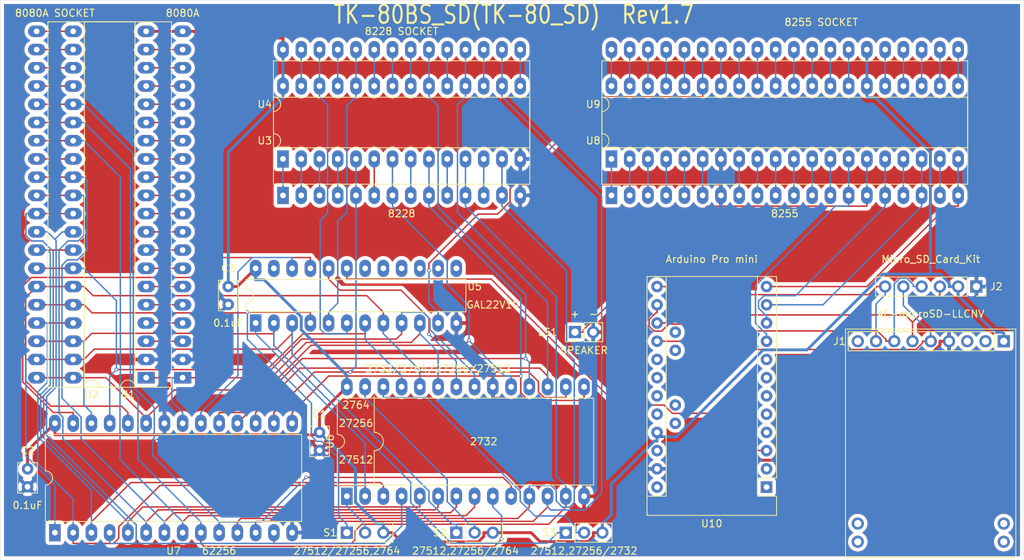
<source format=kicad_pcb>
(kicad_pcb (version 20171130) (host pcbnew "(5.1.9)-1")
  (layers (0 F.Cu signal) (31 B.Cu signal) (34 B.Paste user) (35 F.Paste user) (36 B.SilkS user hide) (37 F.SilkS user) (38 B.Mask user) (39 F.Mask user) (44 Edge.Cuts user))
  (net 0 "")
  (net 1 +5V)
  (net 2 GND)
  (net 3 /D0)
  (net 4 /D1)
  (net 5 /D2)
  (net 6 /D3)
  (net 7 /D4)
  (net 8 /D5)
  (net 9 /D6)
  (net 10 /D7)
  (net 11 /SCK)
  (net 12 /MISO)
  (net 13 /MOSI)
  (net 14 /CS)
  (net 15 /PA0)
  (net 16 /PB7)
  (net 17 /PA1)
  (net 18 /PB6)
  (net 19 /PA2)
  (net 20 /PB5)
  (net 21 /PA3)
  (net 22 /PB4)
  (net 23 /PB3)
  (net 24 /PA4)
  (net 25 /PB2)
  (net 26 /PA5)
  (net 27 /PB1)
  (net 28 /PA6)
  (net 29 /PB0)
  (net 30 /PA7)
  (net 31 /PC1)
  (net 32 /A1)
  (net 33 /A0)
  (net 34 /PC7)
  (net 35 /PC6)
  (net 36 /PC5)
  (net 37 /PC4)
  (net 38 /PC0)
  (net 39 /RESET)
  (net 40 /PC2)
  (net 41 /~WR)
  (net 42 /PC3)
  (net 43 /A10)
  (net 44 /HLDA)
  (net 45 /CLOCK1)
  (net 46 /READY)
  (net 47 /WAIT)
  (net 48 /A2)
  (net 49 +12V)
  (net 50 /A3)
  (net 51 /A4)
  (net 52 -5V)
  (net 53 /A5)
  (net 54 /A6)
  (net 55 /HOLD)
  (net 56 /A7)
  (net 57 /INT)
  (net 58 /A8)
  (net 59 /CLOCK2)
  (net 60 /A9)
  (net 61 /INTE)
  (net 62 /A15)
  (net 63 /DBIN)
  (net 64 /A12)
  (net 65 /A13)
  (net 66 /SYNC)
  (net 67 /A14)
  (net 68 /A11)
  (net 69 /~STSTB)
  (net 70 /DC0)
  (net 71 /C_HLDA)
  (net 72 /DB1)
  (net 73 /C_WR)
  (net 74 /DC1)
  (net 75 /C_DBIN)
  (net 76 /DB5)
  (net 77 /DB4)
  (net 78 /DC5)
  (net 79 /DC4)
  (net 80 /DB6)
  (net 81 /DB7)
  (net 82 /DC6)
  (net 83 /DC7)
  (net 84 /~BUSEN)
  (net 85 /DB3)
  (net 86 /~INTA)
  (net 87 /DC3)
  (net 88 /~MEMR)
  (net 89 /DB2)
  (net 90 /~IOR)
  (net 91 /DC2)
  (net 92 /~MEMW)
  (net 93 /DB0)
  (net 94 /~IOW)
  (net 95 "Net-(U5-Pad20)")
  (net 96 "Net-(U5-Pad21)")
  (net 97 "Net-(U5-Pad22)")
  (net 98 /D_~RD)
  (net 99 /D_~CS)
  (net 100 /D_D7)
  (net 101 /D_A1)
  (net 102 /D_D6)
  (net 103 /D_A0)
  (net 104 /D_D5)
  (net 105 /D_D4)
  (net 106 /D_D3)
  (net 107 /D_D2)
  (net 108 /D_D1)
  (net 109 /D_D0)
  (net 110 /D_RESET)
  (net 111 /D_~WR)
  (net 112 "Net-(S1-Pad2)")
  (net 113 "Net-(S2-Pad2)")
  (net 114 "Net-(S3-Pad2)")
  (net 115 "Net-(U10-Pad3)")
  (module Capacitor_THT:C_Rect_L4.0mm_W2.5mm_P2.50mm (layer F.Cu) (at 132.08 137.16 270)
    (fp_text reference C1 (at -2.54 0) (layer F.SilkS))
    (fp_text value 0.1uF)
    (pad 1 thru_hole circle (at 0 0 270) (size 1.6 1.6) (drill 0.8) (layers *.Cu *.Mask) (net 1 +5V))
    (pad 2 thru_hole circle (at 2.5 0 270) (size 1.6 1.6) (drill 0.8) (layers *.Cu *.Mask) (net 2 GND))
  )
  (module Capacitor_THT:C_Rect_L4.0mm_W2.5mm_P2.50mm (layer F.Cu) (at 91.44 142.24 270)
    (fp_text reference C2 (at -2.54 0) (layer F.SilkS))
    (fp_text value 0.1uF)
    (pad 2 thru_hole circle (at 2.5 0 270) (size 1.6 1.6) (drill 0.8) (layers *.Cu *.Mask) (net 2 GND))
    (pad 1 thru_hole circle (at 0 0 270) (size 1.6 1.6) (drill 0.8) (layers *.Cu *.Mask) (net 1 +5V))
  )
  (module Capacitor_THT:C_Rect_L4.0mm_W2.5mm_P2.50mm (layer F.Cu) (at 119.38 116.84 270)
    (fp_text reference C3 (at -2.54 0) (layer F.SilkS))
    (fp_text value 0.1uF)
    (pad 1 thru_hole circle (at 0 0 270) (size 1.6 1.6) (drill 0.8) (layers *.Cu *.Mask) (net 1 +5V))
    (pad 2 thru_hole circle (at 2.5 0 270) (size 1.6 1.6) (drill 0.8) (layers *.Cu *.Mask) (net 2 GND))
  )
  (module Kicad:AE-microSD-LLCNV (layer F.Cu) (at 207.01 124.46 90)
    (fp_text reference J1 (at 0 -2.54) (layer F.SilkS))
    (fp_text value Micro_SD_Card_Kit)
    (fp_text user AE-microSD-LLCNV (at 3.81 10.16) (layer F.SilkS))
    (pad 1 thru_hole rect (at 0 20.32 270) (size 1.7 1.7) (drill 1) (layers *.Cu *.Mask) (net 1 +5V))
    (pad 2 thru_hole oval (at 0 17.78 270) (size 1.7 1.7) (drill 1) (layers *.Cu *.Mask))
    (pad 3 thru_hole oval (at 0 15.24 270) (size 1.7 1.7) (drill 1) (layers *.Cu *.Mask))
    (pad 4 thru_hole oval (at 0 12.7 270) (size 1.7 1.7) (drill 1) (layers *.Cu *.Mask) (net 2 GND))
    (pad 5 thru_hole oval (at 0 10.16 270) (size 1.7 1.7) (drill 1) (layers *.Cu *.Mask) (net 11 /SCK))
    (pad 6 thru_hole oval (at 0 7.62 270) (size 1.7 1.7) (drill 1) (layers *.Cu *.Mask) (net 12 /MISO))
    (pad 7 thru_hole oval (at 0 5.08 270) (size 1.7 1.7) (drill 1) (layers *.Cu *.Mask) (net 13 /MOSI))
    (pad 8 thru_hole oval (at 0 2.54 270) (size 1.7 1.7) (drill 1) (layers *.Cu *.Mask) (net 14 /CS))
    (pad 9 thru_hole oval (at 0 0 270) (size 1.7 1.7) (drill 1) (layers *.Cu *.Mask))
    (pad "" thru_hole oval (at -27.94 0 90) (size 1.7 1.7) (drill 1) (layers *.Cu *.Mask))
    (pad "" thru_hole oval (at -25.4 0 90) (size 1.7 1.7) (drill 1) (layers *.Cu *.Mask))
    (pad "" thru_hole oval (at -27.94 20.32 90) (size 1.7 1.7) (drill 1) (layers *.Cu *.Mask))
    (pad "" thru_hole oval (at -25.4 20.32 90) (size 1.7 1.7) (drill 1) (layers *.Cu *.Mask))
  )
  (module Connector_PinSocket_2.54mm:PinSocket_1x06_P2.54mm_Vertical (layer F.Cu) (at 223.52 116.84 270)
    (fp_text reference J2 (at 0 -2.77) (layer F.SilkS))
    (fp_text value "MicroSD Card Adapter")
    (pad 1 thru_hole rect (at 0 0 270) (size 1.7 1.7) (drill 1) (layers *.Cu *.Mask) (net 2 GND))
    (pad 2 thru_hole oval (at 0 2.54 270) (size 1.7 1.7) (drill 1) (layers *.Cu *.Mask) (net 1 +5V))
    (pad 3 thru_hole oval (at 0 5.08 270) (size 1.7 1.7) (drill 1) (layers *.Cu *.Mask) (net 12 /MISO))
    (pad 4 thru_hole oval (at 0 7.62 270) (size 1.7 1.7) (drill 1) (layers *.Cu *.Mask) (net 13 /MOSI))
    (pad 5 thru_hole oval (at 0 10.16 270) (size 1.7 1.7) (drill 1) (layers *.Cu *.Mask) (net 11 /SCK))
    (pad 6 thru_hole oval (at 0 12.7 270) (size 1.7 1.7) (drill 1) (layers *.Cu *.Mask) (net 14 /CS))
  )
  (module Connector_PinHeader_2.54mm:PinHeader_1x02_P2.54mm_Vertical (layer F.Cu) (at 167.64 123.19 90)
    (fp_text reference LS1 (at 0 -3.81) (layer F.SilkS))
    (fp_text value Speaker)
    (pad 1 thru_hole rect (at 0 0 90) (size 1.7 1.7) (drill 1) (layers *.Cu *.Mask) (net 31 /PC1))
    (pad 2 thru_hole oval (at 0 2.54 90) (size 1.7 1.7) (drill 1) (layers *.Cu *.Mask) (net 2 GND))
  )
  (module Package_DIP:DIP-40_W15.24mm_LongPads (layer F.Cu) (at 113.03 129.54 180)
    (fp_text reference U1 (at 7.62 -2.33) (layer F.SilkS))
    (fp_text value 8080A)
    (pad 1 thru_hole rect (at 0 0 180) (size 2.4 1.6) (drill 0.8) (layers *.Cu *.Mask) (net 43 /A10))
    (pad 21 thru_hole oval (at 15.24 48.26 180) (size 2.4 1.6) (drill 0.8) (layers *.Cu *.Mask) (net 44 /HLDA))
    (pad 2 thru_hole oval (at 0 2.54 180) (size 2.4 1.6) (drill 0.8) (layers *.Cu *.Mask) (net 2 GND))
    (pad 22 thru_hole oval (at 15.24 45.72 180) (size 2.4 1.6) (drill 0.8) (layers *.Cu *.Mask) (net 45 /CLOCK1))
    (pad 3 thru_hole oval (at 0 5.08 180) (size 2.4 1.6) (drill 0.8) (layers *.Cu *.Mask) (net 7 /D4))
    (pad 23 thru_hole oval (at 15.24 43.18 180) (size 2.4 1.6) (drill 0.8) (layers *.Cu *.Mask) (net 46 /READY))
    (pad 4 thru_hole oval (at 0 7.62 180) (size 2.4 1.6) (drill 0.8) (layers *.Cu *.Mask) (net 8 /D5))
    (pad 24 thru_hole oval (at 15.24 40.64 180) (size 2.4 1.6) (drill 0.8) (layers *.Cu *.Mask) (net 47 /WAIT))
    (pad 5 thru_hole oval (at 0 10.16 180) (size 2.4 1.6) (drill 0.8) (layers *.Cu *.Mask) (net 9 /D6))
    (pad 25 thru_hole oval (at 15.24 38.1 180) (size 2.4 1.6) (drill 0.8) (layers *.Cu *.Mask) (net 33 /A0))
    (pad 6 thru_hole oval (at 0 12.7 180) (size 2.4 1.6) (drill 0.8) (layers *.Cu *.Mask) (net 10 /D7))
    (pad 26 thru_hole oval (at 15.24 35.56 180) (size 2.4 1.6) (drill 0.8) (layers *.Cu *.Mask) (net 32 /A1))
    (pad 7 thru_hole oval (at 0 15.24 180) (size 2.4 1.6) (drill 0.8) (layers *.Cu *.Mask) (net 6 /D3))
    (pad 27 thru_hole oval (at 15.24 33.02 180) (size 2.4 1.6) (drill 0.8) (layers *.Cu *.Mask) (net 48 /A2))
    (pad 8 thru_hole oval (at 0 17.78 180) (size 2.4 1.6) (drill 0.8) (layers *.Cu *.Mask) (net 5 /D2))
    (pad 28 thru_hole oval (at 15.24 30.48 180) (size 2.4 1.6) (drill 0.8) (layers *.Cu *.Mask) (net 49 +12V))
    (pad 9 thru_hole oval (at 0 20.32 180) (size 2.4 1.6) (drill 0.8) (layers *.Cu *.Mask) (net 4 /D1))
    (pad 29 thru_hole oval (at 15.24 27.94 180) (size 2.4 1.6) (drill 0.8) (layers *.Cu *.Mask) (net 50 /A3))
    (pad 10 thru_hole oval (at 0 22.86 180) (size 2.4 1.6) (drill 0.8) (layers *.Cu *.Mask) (net 3 /D0))
    (pad 30 thru_hole oval (at 15.24 25.4 180) (size 2.4 1.6) (drill 0.8) (layers *.Cu *.Mask) (net 51 /A4))
    (pad 11 thru_hole oval (at 0 25.4 180) (size 2.4 1.6) (drill 0.8) (layers *.Cu *.Mask) (net 52 -5V))
    (pad 31 thru_hole oval (at 15.24 22.86 180) (size 2.4 1.6) (drill 0.8) (layers *.Cu *.Mask) (net 53 /A5))
    (pad 12 thru_hole oval (at 0 27.94 180) (size 2.4 1.6) (drill 0.8) (layers *.Cu *.Mask) (net 39 /RESET))
    (pad 32 thru_hole oval (at 15.24 20.32 180) (size 2.4 1.6) (drill 0.8) (layers *.Cu *.Mask) (net 54 /A6))
    (pad 13 thru_hole oval (at 0 30.48 180) (size 2.4 1.6) (drill 0.8) (layers *.Cu *.Mask) (net 55 /HOLD))
    (pad 33 thru_hole oval (at 15.24 17.78 180) (size 2.4 1.6) (drill 0.8) (layers *.Cu *.Mask) (net 56 /A7))
    (pad 14 thru_hole oval (at 0 33.02 180) (size 2.4 1.6) (drill 0.8) (layers *.Cu *.Mask) (net 57 /INT))
    (pad 34 thru_hole oval (at 15.24 15.24 180) (size 2.4 1.6) (drill 0.8) (layers *.Cu *.Mask) (net 58 /A8))
    (pad 15 thru_hole oval (at 0 35.56 180) (size 2.4 1.6) (drill 0.8) (layers *.Cu *.Mask) (net 59 /CLOCK2))
    (pad 35 thru_hole oval (at 15.24 12.7 180) (size 2.4 1.6) (drill 0.8) (layers *.Cu *.Mask) (net 60 /A9))
    (pad 16 thru_hole oval (at 0 38.1 180) (size 2.4 1.6) (drill 0.8) (layers *.Cu *.Mask) (net 61 /INTE))
    (pad 36 thru_hole oval (at 15.24 10.16 180) (size 2.4 1.6) (drill 0.8) (layers *.Cu *.Mask) (net 62 /A15))
    (pad 17 thru_hole oval (at 0 40.64 180) (size 2.4 1.6) (drill 0.8) (layers *.Cu *.Mask) (net 63 /DBIN))
    (pad 37 thru_hole oval (at 15.24 7.62 180) (size 2.4 1.6) (drill 0.8) (layers *.Cu *.Mask) (net 64 /A12))
    (pad 18 thru_hole oval (at 0 43.18 180) (size 2.4 1.6) (drill 0.8) (layers *.Cu *.Mask) (net 41 /~WR))
    (pad 38 thru_hole oval (at 15.24 5.08 180) (size 2.4 1.6) (drill 0.8) (layers *.Cu *.Mask) (net 65 /A13))
    (pad 19 thru_hole oval (at 0 45.72 180) (size 2.4 1.6) (drill 0.8) (layers *.Cu *.Mask) (net 66 /SYNC))
    (pad 39 thru_hole oval (at 15.24 2.54 180) (size 2.4 1.6) (drill 0.8) (layers *.Cu *.Mask) (net 67 /A14))
    (pad 20 thru_hole oval (at 0 48.26 180) (size 2.4 1.6) (drill 0.8) (layers *.Cu *.Mask) (net 1 +5V))
    (pad 40 thru_hole oval (at 15.24 0 180) (size 2.4 1.6) (drill 0.8) (layers *.Cu *.Mask) (net 68 /A11))
  )
  (module Package_DIP:DIP-40_W15.24mm_LongPads (layer F.Cu) (at 107.95 129.54 180)
    (fp_text reference U2 (at 7.62 -2.33) (layer F.SilkS))
    (fp_text value "8080A SOCKET")
    (pad 40 thru_hole oval (at 15.24 0 180) (size 2.4 1.6) (drill 0.8) (layers *.Cu *.Mask) (net 68 /A11))
    (pad 20 thru_hole oval (at 0 48.26 180) (size 2.4 1.6) (drill 0.8) (layers *.Cu *.Mask) (net 1 +5V))
    (pad 39 thru_hole oval (at 15.24 2.54 180) (size 2.4 1.6) (drill 0.8) (layers *.Cu *.Mask) (net 67 /A14))
    (pad 19 thru_hole oval (at 0 45.72 180) (size 2.4 1.6) (drill 0.8) (layers *.Cu *.Mask) (net 66 /SYNC))
    (pad 38 thru_hole oval (at 15.24 5.08 180) (size 2.4 1.6) (drill 0.8) (layers *.Cu *.Mask) (net 65 /A13))
    (pad 18 thru_hole oval (at 0 43.18 180) (size 2.4 1.6) (drill 0.8) (layers *.Cu *.Mask) (net 41 /~WR))
    (pad 37 thru_hole oval (at 15.24 7.62 180) (size 2.4 1.6) (drill 0.8) (layers *.Cu *.Mask) (net 64 /A12))
    (pad 17 thru_hole oval (at 0 40.64 180) (size 2.4 1.6) (drill 0.8) (layers *.Cu *.Mask) (net 63 /DBIN))
    (pad 36 thru_hole oval (at 15.24 10.16 180) (size 2.4 1.6) (drill 0.8) (layers *.Cu *.Mask) (net 62 /A15))
    (pad 16 thru_hole oval (at 0 38.1 180) (size 2.4 1.6) (drill 0.8) (layers *.Cu *.Mask) (net 61 /INTE))
    (pad 35 thru_hole oval (at 15.24 12.7 180) (size 2.4 1.6) (drill 0.8) (layers *.Cu *.Mask) (net 60 /A9))
    (pad 15 thru_hole oval (at 0 35.56 180) (size 2.4 1.6) (drill 0.8) (layers *.Cu *.Mask) (net 59 /CLOCK2))
    (pad 34 thru_hole oval (at 15.24 15.24 180) (size 2.4 1.6) (drill 0.8) (layers *.Cu *.Mask) (net 58 /A8))
    (pad 14 thru_hole oval (at 0 33.02 180) (size 2.4 1.6) (drill 0.8) (layers *.Cu *.Mask) (net 57 /INT))
    (pad 33 thru_hole oval (at 15.24 17.78 180) (size 2.4 1.6) (drill 0.8) (layers *.Cu *.Mask) (net 56 /A7))
    (pad 13 thru_hole oval (at 0 30.48 180) (size 2.4 1.6) (drill 0.8) (layers *.Cu *.Mask) (net 55 /HOLD))
    (pad 32 thru_hole oval (at 15.24 20.32 180) (size 2.4 1.6) (drill 0.8) (layers *.Cu *.Mask) (net 54 /A6))
    (pad 12 thru_hole oval (at 0 27.94 180) (size 2.4 1.6) (drill 0.8) (layers *.Cu *.Mask) (net 39 /RESET))
    (pad 31 thru_hole oval (at 15.24 22.86 180) (size 2.4 1.6) (drill 0.8) (layers *.Cu *.Mask) (net 53 /A5))
    (pad 11 thru_hole oval (at 0 25.4 180) (size 2.4 1.6) (drill 0.8) (layers *.Cu *.Mask) (net 52 -5V))
    (pad 30 thru_hole oval (at 15.24 25.4 180) (size 2.4 1.6) (drill 0.8) (layers *.Cu *.Mask) (net 51 /A4))
    (pad 10 thru_hole oval (at 0 22.86 180) (size 2.4 1.6) (drill 0.8) (layers *.Cu *.Mask) (net 3 /D0))
    (pad 29 thru_hole oval (at 15.24 27.94 180) (size 2.4 1.6) (drill 0.8) (layers *.Cu *.Mask) (net 50 /A3))
    (pad 9 thru_hole oval (at 0 20.32 180) (size 2.4 1.6) (drill 0.8) (layers *.Cu *.Mask) (net 4 /D1))
    (pad 28 thru_hole oval (at 15.24 30.48 180) (size 2.4 1.6) (drill 0.8) (layers *.Cu *.Mask) (net 49 +12V))
    (pad 8 thru_hole oval (at 0 17.78 180) (size 2.4 1.6) (drill 0.8) (layers *.Cu *.Mask) (net 5 /D2))
    (pad 27 thru_hole oval (at 15.24 33.02 180) (size 2.4 1.6) (drill 0.8) (layers *.Cu *.Mask) (net 48 /A2))
    (pad 7 thru_hole oval (at 0 15.24 180) (size 2.4 1.6) (drill 0.8) (layers *.Cu *.Mask) (net 6 /D3))
    (pad 26 thru_hole oval (at 15.24 35.56 180) (size 2.4 1.6) (drill 0.8) (layers *.Cu *.Mask) (net 32 /A1))
    (pad 6 thru_hole oval (at 0 12.7 180) (size 2.4 1.6) (drill 0.8) (layers *.Cu *.Mask) (net 10 /D7))
    (pad 25 thru_hole oval (at 15.24 38.1 180) (size 2.4 1.6) (drill 0.8) (layers *.Cu *.Mask) (net 33 /A0))
    (pad 5 thru_hole oval (at 0 10.16 180) (size 2.4 1.6) (drill 0.8) (layers *.Cu *.Mask) (net 9 /D6))
    (pad 24 thru_hole oval (at 15.24 40.64 180) (size 2.4 1.6) (drill 0.8) (layers *.Cu *.Mask) (net 47 /WAIT))
    (pad 4 thru_hole oval (at 0 7.62 180) (size 2.4 1.6) (drill 0.8) (layers *.Cu *.Mask) (net 8 /D5))
    (pad 23 thru_hole oval (at 15.24 43.18 180) (size 2.4 1.6) (drill 0.8) (layers *.Cu *.Mask) (net 46 /READY))
    (pad 3 thru_hole oval (at 0 5.08 180) (size 2.4 1.6) (drill 0.8) (layers *.Cu *.Mask) (net 7 /D4))
    (pad 22 thru_hole oval (at 15.24 45.72 180) (size 2.4 1.6) (drill 0.8) (layers *.Cu *.Mask) (net 45 /CLOCK1))
    (pad 2 thru_hole oval (at 0 2.54 180) (size 2.4 1.6) (drill 0.8) (layers *.Cu *.Mask) (net 2 GND))
    (pad 21 thru_hole oval (at 15.24 48.26 180) (size 2.4 1.6) (drill 0.8) (layers *.Cu *.Mask) (net 44 /HLDA))
    (pad 1 thru_hole rect (at 0 0 180) (size 2.4 1.6) (drill 0.8) (layers *.Cu *.Mask) (net 43 /A10))
  )
  (module Package_DIP:DIP-28_W15.24mm_LongPads (layer F.Cu) (at 127 104.14 90)
    (fp_text reference U3 (at 7.62 -2.54) (layer F.SilkS))
    (fp_text value 8228)
    (pad 1 thru_hole rect (at 0 0 90) (size 2.4 1.6) (drill 0.8) (layers *.Cu *.Mask) (net 69 /~STSTB))
    (pad 15 thru_hole oval (at 15.24 33.02 90) (size 2.4 1.6) (drill 0.8) (layers *.Cu *.Mask) (net 70 /DC0))
    (pad 2 thru_hole oval (at 0 2.54 90) (size 2.4 1.6) (drill 0.8) (layers *.Cu *.Mask) (net 71 /C_HLDA))
    (pad 16 thru_hole oval (at 15.24 30.48 90) (size 2.4 1.6) (drill 0.8) (layers *.Cu *.Mask) (net 72 /DB1))
    (pad 3 thru_hole oval (at 0 5.08 90) (size 2.4 1.6) (drill 0.8) (layers *.Cu *.Mask) (net 73 /C_WR))
    (pad 17 thru_hole oval (at 15.24 27.94 90) (size 2.4 1.6) (drill 0.8) (layers *.Cu *.Mask) (net 74 /DC1))
    (pad 4 thru_hole oval (at 0 7.62 90) (size 2.4 1.6) (drill 0.8) (layers *.Cu *.Mask) (net 75 /C_DBIN))
    (pad 18 thru_hole oval (at 15.24 25.4 90) (size 2.4 1.6) (drill 0.8) (layers *.Cu *.Mask) (net 76 /DB5))
    (pad 5 thru_hole oval (at 0 10.16 90) (size 2.4 1.6) (drill 0.8) (layers *.Cu *.Mask) (net 77 /DB4))
    (pad 19 thru_hole oval (at 15.24 22.86 90) (size 2.4 1.6) (drill 0.8) (layers *.Cu *.Mask) (net 78 /DC5))
    (pad 6 thru_hole oval (at 0 12.7 90) (size 2.4 1.6) (drill 0.8) (layers *.Cu *.Mask) (net 79 /DC4))
    (pad 20 thru_hole oval (at 15.24 20.32 90) (size 2.4 1.6) (drill 0.8) (layers *.Cu *.Mask) (net 80 /DB6))
    (pad 7 thru_hole oval (at 0 15.24 90) (size 2.4 1.6) (drill 0.8) (layers *.Cu *.Mask) (net 81 /DB7))
    (pad 21 thru_hole oval (at 15.24 17.78 90) (size 2.4 1.6) (drill 0.8) (layers *.Cu *.Mask) (net 82 /DC6))
    (pad 8 thru_hole oval (at 0 17.78 90) (size 2.4 1.6) (drill 0.8) (layers *.Cu *.Mask) (net 83 /DC7))
    (pad 22 thru_hole oval (at 15.24 15.24 90) (size 2.4 1.6) (drill 0.8) (layers *.Cu *.Mask) (net 84 /~BUSEN))
    (pad 9 thru_hole oval (at 0 20.32 90) (size 2.4 1.6) (drill 0.8) (layers *.Cu *.Mask) (net 85 /DB3))
    (pad 23 thru_hole oval (at 15.24 12.7 90) (size 2.4 1.6) (drill 0.8) (layers *.Cu *.Mask) (net 86 /~INTA))
    (pad 10 thru_hole oval (at 0 22.86 90) (size 2.4 1.6) (drill 0.8) (layers *.Cu *.Mask) (net 87 /DC3))
    (pad 24 thru_hole oval (at 15.24 10.16 90) (size 2.4 1.6) (drill 0.8) (layers *.Cu *.Mask) (net 88 /~MEMR))
    (pad 11 thru_hole oval (at 0 25.4 90) (size 2.4 1.6) (drill 0.8) (layers *.Cu *.Mask) (net 89 /DB2))
    (pad 25 thru_hole oval (at 15.24 7.62 90) (size 2.4 1.6) (drill 0.8) (layers *.Cu *.Mask) (net 90 /~IOR))
    (pad 12 thru_hole oval (at 0 27.94 90) (size 2.4 1.6) (drill 0.8) (layers *.Cu *.Mask) (net 91 /DC2))
    (pad 26 thru_hole oval (at 15.24 5.08 90) (size 2.4 1.6) (drill 0.8) (layers *.Cu *.Mask) (net 92 /~MEMW))
    (pad 13 thru_hole oval (at 0 30.48 90) (size 2.4 1.6) (drill 0.8) (layers *.Cu *.Mask) (net 93 /DB0))
    (pad 27 thru_hole oval (at 15.24 2.54 90) (size 2.4 1.6) (drill 0.8) (layers *.Cu *.Mask) (net 94 /~IOW))
    (pad 14 thru_hole oval (at 0 33.02 90) (size 2.4 1.6) (drill 0.8) (layers *.Cu *.Mask) (net 2 GND))
    (pad 28 thru_hole oval (at 15.24 0 90) (size 2.4 1.6) (drill 0.8) (layers *.Cu *.Mask) (net 1 +5V))
  )
  (module Package_DIP:DIP-28_W15.24mm_LongPads (layer F.Cu) (at 127 99.06 90)
    (fp_text reference U4 (at 7.62 -2.54) (layer F.SilkS))
    (fp_text value "8228 SOCKET")
    (pad 28 thru_hole oval (at 15.24 0 90) (size 2.4 1.6) (drill 0.8) (layers *.Cu *.Mask) (net 1 +5V))
    (pad 14 thru_hole oval (at 0 33.02 90) (size 2.4 1.6) (drill 0.8) (layers *.Cu *.Mask) (net 2 GND))
    (pad 27 thru_hole oval (at 15.24 2.54 90) (size 2.4 1.6) (drill 0.8) (layers *.Cu *.Mask) (net 94 /~IOW))
    (pad 13 thru_hole oval (at 0 30.48 90) (size 2.4 1.6) (drill 0.8) (layers *.Cu *.Mask) (net 93 /DB0))
    (pad 26 thru_hole oval (at 15.24 5.08 90) (size 2.4 1.6) (drill 0.8) (layers *.Cu *.Mask) (net 92 /~MEMW))
    (pad 12 thru_hole oval (at 0 27.94 90) (size 2.4 1.6) (drill 0.8) (layers *.Cu *.Mask) (net 91 /DC2))
    (pad 25 thru_hole oval (at 15.24 7.62 90) (size 2.4 1.6) (drill 0.8) (layers *.Cu *.Mask) (net 90 /~IOR))
    (pad 11 thru_hole oval (at 0 25.4 90) (size 2.4 1.6) (drill 0.8) (layers *.Cu *.Mask) (net 89 /DB2))
    (pad 24 thru_hole oval (at 15.24 10.16 90) (size 2.4 1.6) (drill 0.8) (layers *.Cu *.Mask) (net 88 /~MEMR))
    (pad 10 thru_hole oval (at 0 22.86 90) (size 2.4 1.6) (drill 0.8) (layers *.Cu *.Mask) (net 87 /DC3))
    (pad 23 thru_hole oval (at 15.24 12.7 90) (size 2.4 1.6) (drill 0.8) (layers *.Cu *.Mask) (net 86 /~INTA))
    (pad 9 thru_hole oval (at 0 20.32 90) (size 2.4 1.6) (drill 0.8) (layers *.Cu *.Mask) (net 85 /DB3))
    (pad 22 thru_hole oval (at 15.24 15.24 90) (size 2.4 1.6) (drill 0.8) (layers *.Cu *.Mask) (net 84 /~BUSEN))
    (pad 8 thru_hole oval (at 0 17.78 90) (size 2.4 1.6) (drill 0.8) (layers *.Cu *.Mask) (net 83 /DC7))
    (pad 21 thru_hole oval (at 15.24 17.78 90) (size 2.4 1.6) (drill 0.8) (layers *.Cu *.Mask) (net 82 /DC6))
    (pad 7 thru_hole oval (at 0 15.24 90) (size 2.4 1.6) (drill 0.8) (layers *.Cu *.Mask) (net 81 /DB7))
    (pad 20 thru_hole oval (at 15.24 20.32 90) (size 2.4 1.6) (drill 0.8) (layers *.Cu *.Mask) (net 80 /DB6))
    (pad 6 thru_hole oval (at 0 12.7 90) (size 2.4 1.6) (drill 0.8) (layers *.Cu *.Mask) (net 79 /DC4))
    (pad 19 thru_hole oval (at 15.24 22.86 90) (size 2.4 1.6) (drill 0.8) (layers *.Cu *.Mask) (net 78 /DC5))
    (pad 5 thru_hole oval (at 0 10.16 90) (size 2.4 1.6) (drill 0.8) (layers *.Cu *.Mask) (net 77 /DB4))
    (pad 18 thru_hole oval (at 15.24 25.4 90) (size 2.4 1.6) (drill 0.8) (layers *.Cu *.Mask) (net 76 /DB5))
    (pad 4 thru_hole oval (at 0 7.62 90) (size 2.4 1.6) (drill 0.8) (layers *.Cu *.Mask) (net 75 /C_DBIN))
    (pad 17 thru_hole oval (at 15.24 27.94 90) (size 2.4 1.6) (drill 0.8) (layers *.Cu *.Mask) (net 74 /DC1))
    (pad 3 thru_hole oval (at 0 5.08 90) (size 2.4 1.6) (drill 0.8) (layers *.Cu *.Mask) (net 73 /C_WR))
    (pad 16 thru_hole oval (at 15.24 30.48 90) (size 2.4 1.6) (drill 0.8) (layers *.Cu *.Mask) (net 72 /DB1))
    (pad 2 thru_hole oval (at 0 2.54 90) (size 2.4 1.6) (drill 0.8) (layers *.Cu *.Mask) (net 71 /C_HLDA))
    (pad 15 thru_hole oval (at 15.24 33.02 90) (size 2.4 1.6) (drill 0.8) (layers *.Cu *.Mask) (net 70 /DC0))
    (pad 1 thru_hole rect (at 0 0 90) (size 2.4 1.6) (drill 0.8) (layers *.Cu *.Mask) (net 69 /~STSTB))
  )
  (module Package_DIP:DIP-24_W7.62mm_LongPads (layer F.Cu) (at 123.19 121.92 90)
    (fp_text reference U5 (at 5.08 30.48) (layer F.SilkS))
    (fp_text value GAL22V10)
    (pad 1 thru_hole rect (at 0 0 90) (size 2.4 1.6) (drill 0.8) (layers *.Cu *.Mask) (net 64 /A12))
    (pad 13 thru_hole oval (at 7.62 27.94 90) (size 2.4 1.6) (drill 0.8) (layers *.Cu *.Mask))
    (pad 2 thru_hole oval (at 0 2.54 90) (size 2.4 1.6) (drill 0.8) (layers *.Cu *.Mask) (net 65 /A13))
    (pad 14 thru_hole oval (at 7.62 25.4 90) (size 2.4 1.6) (drill 0.8) (layers *.Cu *.Mask))
    (pad 3 thru_hole oval (at 0 5.08 90) (size 2.4 1.6) (drill 0.8) (layers *.Cu *.Mask) (net 67 /A14))
    (pad 15 thru_hole oval (at 7.62 22.86 90) (size 2.4 1.6) (drill 0.8) (layers *.Cu *.Mask))
    (pad 4 thru_hole oval (at 0 7.62 90) (size 2.4 1.6) (drill 0.8) (layers *.Cu *.Mask) (net 62 /A15))
    (pad 16 thru_hole oval (at 7.62 20.32 90) (size 2.4 1.6) (drill 0.8) (layers *.Cu *.Mask))
    (pad 5 thru_hole oval (at 0 10.16 90) (size 2.4 1.6) (drill 0.8) (layers *.Cu *.Mask) (net 88 /~MEMR))
    (pad 17 thru_hole oval (at 7.62 17.78 90) (size 2.4 1.6) (drill 0.8) (layers *.Cu *.Mask))
    (pad 6 thru_hole oval (at 0 12.7 90) (size 2.4 1.6) (drill 0.8) (layers *.Cu *.Mask) (net 92 /~MEMW))
    (pad 18 thru_hole oval (at 7.62 15.24 90) (size 2.4 1.6) (drill 0.8) (layers *.Cu *.Mask))
    (pad 7 thru_hole oval (at 0 15.24 90) (size 2.4 1.6) (drill 0.8) (layers *.Cu *.Mask) (net 58 /A8))
    (pad 19 thru_hole oval (at 7.62 12.7 90) (size 2.4 1.6) (drill 0.8) (layers *.Cu *.Mask) (net 115 "Net-(U10-Pad3)"))
    (pad 8 thru_hole oval (at 0 17.78 90) (size 2.4 1.6) (drill 0.8) (layers *.Cu *.Mask) (net 60 /A9))
    (pad 20 thru_hole oval (at 7.62 10.16 90) (size 2.4 1.6) (drill 0.8) (layers *.Cu *.Mask) (net 95 "Net-(U5-Pad20)"))
    (pad 9 thru_hole oval (at 0 20.32 90) (size 2.4 1.6) (drill 0.8) (layers *.Cu *.Mask) (net 43 /A10))
    (pad 21 thru_hole oval (at 7.62 7.62 90) (size 2.4 1.6) (drill 0.8) (layers *.Cu *.Mask) (net 96 "Net-(U5-Pad21)"))
    (pad 10 thru_hole oval (at 0 22.86 90) (size 2.4 1.6) (drill 0.8) (layers *.Cu *.Mask) (net 68 /A11))
    (pad 22 thru_hole oval (at 7.62 5.08 90) (size 2.4 1.6) (drill 0.8) (layers *.Cu *.Mask) (net 97 "Net-(U5-Pad22)"))
    (pad 11 thru_hole oval (at 0 25.4 90) (size 2.4 1.6) (drill 0.8) (layers *.Cu *.Mask) (net 110 /D_RESET))
    (pad 23 thru_hole oval (at 7.62 2.54 90) (size 2.4 1.6) (drill 0.8) (layers *.Cu *.Mask))
    (pad 12 thru_hole oval (at 0 27.94 90) (size 2.4 1.6) (drill 0.8) (layers *.Cu *.Mask) (net 2 GND))
    (pad 24 thru_hole oval (at 7.62 0 90) (size 2.4 1.6) (drill 0.8) (layers *.Cu *.Mask) (net 1 +5V))
  )
  (module Package_DIP:DIP-28_W15.24mm_LongPads (layer F.Cu) (at 95.25 151.13 90)
    (fp_text reference U7 (at -2.54 16.51) (layer F.SilkS))
    (fp_text value HM62256BLP)
    (pad 28 thru_hole oval (at 15.24 0 90) (size 2.4 1.6) (drill 0.8) (layers *.Cu *.Mask) (net 1 +5V))
    (pad 14 thru_hole oval (at 0 33.02 90) (size 2.4 1.6) (drill 0.8) (layers *.Cu *.Mask) (net 2 GND))
    (pad 27 thru_hole oval (at 15.24 2.54 90) (size 2.4 1.6) (drill 0.8) (layers *.Cu *.Mask) (net 96 "Net-(U5-Pad21)"))
    (pad 13 thru_hole oval (at 0 30.48 90) (size 2.4 1.6) (drill 0.8) (layers *.Cu *.Mask) (net 89 /DB2))
    (pad 26 thru_hole oval (at 15.24 5.08 90) (size 2.4 1.6) (drill 0.8) (layers *.Cu *.Mask) (net 65 /A13))
    (pad 12 thru_hole oval (at 0 27.94 90) (size 2.4 1.6) (drill 0.8) (layers *.Cu *.Mask) (net 72 /DB1))
    (pad 25 thru_hole oval (at 15.24 7.62 90) (size 2.4 1.6) (drill 0.8) (layers *.Cu *.Mask) (net 58 /A8))
    (pad 11 thru_hole oval (at 0 25.4 90) (size 2.4 1.6) (drill 0.8) (layers *.Cu *.Mask) (net 93 /DB0))
    (pad 24 thru_hole oval (at 15.24 10.16 90) (size 2.4 1.6) (drill 0.8) (layers *.Cu *.Mask) (net 60 /A9))
    (pad 10 thru_hole oval (at 0 22.86 90) (size 2.4 1.6) (drill 0.8) (layers *.Cu *.Mask) (net 33 /A0))
    (pad 23 thru_hole oval (at 15.24 12.7 90) (size 2.4 1.6) (drill 0.8) (layers *.Cu *.Mask) (net 68 /A11))
    (pad 9 thru_hole oval (at 0 20.32 90) (size 2.4 1.6) (drill 0.8) (layers *.Cu *.Mask) (net 32 /A1))
    (pad 22 thru_hole oval (at 15.24 15.24 90) (size 2.4 1.6) (drill 0.8) (layers *.Cu *.Mask) (net 2 GND))
    (pad 8 thru_hole oval (at 0 17.78 90) (size 2.4 1.6) (drill 0.8) (layers *.Cu *.Mask) (net 48 /A2))
    (pad 21 thru_hole oval (at 15.24 17.78 90) (size 2.4 1.6) (drill 0.8) (layers *.Cu *.Mask) (net 43 /A10))
    (pad 7 thru_hole oval (at 0 15.24 90) (size 2.4 1.6) (drill 0.8) (layers *.Cu *.Mask) (net 50 /A3))
    (pad 20 thru_hole oval (at 15.24 20.32 90) (size 2.4 1.6) (drill 0.8) (layers *.Cu *.Mask) (net 97 "Net-(U5-Pad22)"))
    (pad 6 thru_hole oval (at 0 12.7 90) (size 2.4 1.6) (drill 0.8) (layers *.Cu *.Mask) (net 51 /A4))
    (pad 19 thru_hole oval (at 15.24 22.86 90) (size 2.4 1.6) (drill 0.8) (layers *.Cu *.Mask) (net 81 /DB7))
    (pad 5 thru_hole oval (at 0 10.16 90) (size 2.4 1.6) (drill 0.8) (layers *.Cu *.Mask) (net 53 /A5))
    (pad 18 thru_hole oval (at 15.24 25.4 90) (size 2.4 1.6) (drill 0.8) (layers *.Cu *.Mask) (net 80 /DB6))
    (pad 4 thru_hole oval (at 0 7.62 90) (size 2.4 1.6) (drill 0.8) (layers *.Cu *.Mask) (net 54 /A6))
    (pad 17 thru_hole oval (at 15.24 27.94 90) (size 2.4 1.6) (drill 0.8) (layers *.Cu *.Mask) (net 76 /DB5))
    (pad 3 thru_hole oval (at 0 5.08 90) (size 2.4 1.6) (drill 0.8) (layers *.Cu *.Mask) (net 56 /A7))
    (pad 16 thru_hole oval (at 15.24 30.48 90) (size 2.4 1.6) (drill 0.8) (layers *.Cu *.Mask) (net 77 /DB4))
    (pad 2 thru_hole oval (at 0 2.54 90) (size 2.4 1.6) (drill 0.8) (layers *.Cu *.Mask) (net 64 /A12))
    (pad 15 thru_hole oval (at 15.24 33.02 90) (size 2.4 1.6) (drill 0.8) (layers *.Cu *.Mask) (net 85 /DB3))
    (pad 1 thru_hole rect (at 0 0 90) (size 2.4 1.6) (drill 0.8) (layers *.Cu *.Mask) (net 67 /A14))
  )
  (module Package_DIP:DIP-40_W15.24mm_LongPads (layer F.Cu) (at 172.72 99.06 90)
    (fp_text reference U9 (at 7.62 -2.54) (layer F.SilkS))
    (fp_text value "8255 SOCKET")
    (pad 1 thru_hole rect (at 0 0 90) (size 2.4 1.6) (drill 0.8) (layers *.Cu *.Mask) (net 21 /PA3))
    (pad 21 thru_hole oval (at 15.24 48.26 90) (size 2.4 1.6) (drill 0.8) (layers *.Cu *.Mask) (net 23 /PB3))
    (pad 2 thru_hole oval (at 0 2.54 90) (size 2.4 1.6) (drill 0.8) (layers *.Cu *.Mask) (net 19 /PA2))
    (pad 22 thru_hole oval (at 15.24 45.72 90) (size 2.4 1.6) (drill 0.8) (layers *.Cu *.Mask) (net 22 /PB4))
    (pad 3 thru_hole oval (at 0 5.08 90) (size 2.4 1.6) (drill 0.8) (layers *.Cu *.Mask) (net 17 /PA1))
    (pad 23 thru_hole oval (at 15.24 43.18 90) (size 2.4 1.6) (drill 0.8) (layers *.Cu *.Mask) (net 20 /PB5))
    (pad 4 thru_hole oval (at 0 7.62 90) (size 2.4 1.6) (drill 0.8) (layers *.Cu *.Mask) (net 15 /PA0))
    (pad 24 thru_hole oval (at 15.24 40.64 90) (size 2.4 1.6) (drill 0.8) (layers *.Cu *.Mask) (net 18 /PB6))
    (pad 5 thru_hole oval (at 0 10.16 90) (size 2.4 1.6) (drill 0.8) (layers *.Cu *.Mask) (net 98 /D_~RD))
    (pad 25 thru_hole oval (at 15.24 38.1 90) (size 2.4 1.6) (drill 0.8) (layers *.Cu *.Mask) (net 16 /PB7))
    (pad 6 thru_hole oval (at 0 12.7 90) (size 2.4 1.6) (drill 0.8) (layers *.Cu *.Mask) (net 99 /D_~CS))
    (pad 26 thru_hole oval (at 15.24 35.56 90) (size 2.4 1.6) (drill 0.8) (layers *.Cu *.Mask) (net 1 +5V))
    (pad 7 thru_hole oval (at 0 15.24 90) (size 2.4 1.6) (drill 0.8) (layers *.Cu *.Mask) (net 2 GND))
    (pad 27 thru_hole oval (at 15.24 33.02 90) (size 2.4 1.6) (drill 0.8) (layers *.Cu *.Mask) (net 100 /D_D7))
    (pad 8 thru_hole oval (at 0 17.78 90) (size 2.4 1.6) (drill 0.8) (layers *.Cu *.Mask) (net 101 /D_A1))
    (pad 28 thru_hole oval (at 15.24 30.48 90) (size 2.4 1.6) (drill 0.8) (layers *.Cu *.Mask) (net 102 /D_D6))
    (pad 9 thru_hole oval (at 0 20.32 90) (size 2.4 1.6) (drill 0.8) (layers *.Cu *.Mask) (net 103 /D_A0))
    (pad 29 thru_hole oval (at 15.24 27.94 90) (size 2.4 1.6) (drill 0.8) (layers *.Cu *.Mask) (net 104 /D_D5))
    (pad 10 thru_hole oval (at 0 22.86 90) (size 2.4 1.6) (drill 0.8) (layers *.Cu *.Mask) (net 34 /PC7))
    (pad 30 thru_hole oval (at 15.24 25.4 90) (size 2.4 1.6) (drill 0.8) (layers *.Cu *.Mask) (net 105 /D_D4))
    (pad 11 thru_hole oval (at 0 25.4 90) (size 2.4 1.6) (drill 0.8) (layers *.Cu *.Mask) (net 35 /PC6))
    (pad 31 thru_hole oval (at 15.24 22.86 90) (size 2.4 1.6) (drill 0.8) (layers *.Cu *.Mask) (net 106 /D_D3))
    (pad 12 thru_hole oval (at 0 27.94 90) (size 2.4 1.6) (drill 0.8) (layers *.Cu *.Mask) (net 36 /PC5))
    (pad 32 thru_hole oval (at 15.24 20.32 90) (size 2.4 1.6) (drill 0.8) (layers *.Cu *.Mask) (net 107 /D_D2))
    (pad 13 thru_hole oval (at 0 30.48 90) (size 2.4 1.6) (drill 0.8) (layers *.Cu *.Mask) (net 37 /PC4))
    (pad 33 thru_hole oval (at 15.24 17.78 90) (size 2.4 1.6) (drill 0.8) (layers *.Cu *.Mask) (net 108 /D_D1))
    (pad 14 thru_hole oval (at 0 33.02 90) (size 2.4 1.6) (drill 0.8) (layers *.Cu *.Mask) (net 38 /PC0))
    (pad 34 thru_hole oval (at 15.24 15.24 90) (size 2.4 1.6) (drill 0.8) (layers *.Cu *.Mask) (net 109 /D_D0))
    (pad 15 thru_hole oval (at 0 35.56 90) (size 2.4 1.6) (drill 0.8) (layers *.Cu *.Mask) (net 31 /PC1))
    (pad 35 thru_hole oval (at 15.24 12.7 90) (size 2.4 1.6) (drill 0.8) (layers *.Cu *.Mask) (net 110 /D_RESET))
    (pad 16 thru_hole oval (at 0 38.1 90) (size 2.4 1.6) (drill 0.8) (layers *.Cu *.Mask) (net 40 /PC2))
    (pad 36 thru_hole oval (at 15.24 10.16 90) (size 2.4 1.6) (drill 0.8) (layers *.Cu *.Mask) (net 111 /D_~WR))
    (pad 17 thru_hole oval (at 0 40.64 90) (size 2.4 1.6) (drill 0.8) (layers *.Cu *.Mask) (net 42 /PC3))
    (pad 37 thru_hole oval (at 15.24 7.62 90) (size 2.4 1.6) (drill 0.8) (layers *.Cu *.Mask) (net 30 /PA7))
    (pad 18 thru_hole oval (at 0 43.18 90) (size 2.4 1.6) (drill 0.8) (layers *.Cu *.Mask) (net 29 /PB0))
    (pad 38 thru_hole oval (at 15.24 5.08 90) (size 2.4 1.6) (drill 0.8) (layers *.Cu *.Mask) (net 28 /PA6))
    (pad 19 thru_hole oval (at 0 45.72 90) (size 2.4 1.6) (drill 0.8) (layers *.Cu *.Mask) (net 27 /PB1))
    (pad 39 thru_hole oval (at 15.24 2.54 90) (size 2.4 1.6) (drill 0.8) (layers *.Cu *.Mask) (net 26 /PA5))
    (pad 20 thru_hole oval (at 0 48.26 90) (size 2.4 1.6) (drill 0.8) (layers *.Cu *.Mask) (net 25 /PB2))
    (pad 40 thru_hole oval (at 15.24 0 90) (size 2.4 1.6) (drill 0.8) (layers *.Cu *.Mask) (net 24 /PA4))
  )
  (module Package_DIP:DIP-40_W15.24mm_LongPads (layer F.Cu) (at 172.72 104.14 90)
    (fp_text reference U8 (at 7.62 -2.54) (layer F.SilkS))
    (fp_text value 8255)
    (pad 40 thru_hole oval (at 15.24 0 90) (size 2.4 1.6) (drill 0.8) (layers *.Cu *.Mask) (net 24 /PA4))
    (pad 20 thru_hole oval (at 0 48.26 90) (size 2.4 1.6) (drill 0.8) (layers *.Cu *.Mask) (net 25 /PB2))
    (pad 39 thru_hole oval (at 15.24 2.54 90) (size 2.4 1.6) (drill 0.8) (layers *.Cu *.Mask) (net 26 /PA5))
    (pad 19 thru_hole oval (at 0 45.72 90) (size 2.4 1.6) (drill 0.8) (layers *.Cu *.Mask) (net 27 /PB1))
    (pad 38 thru_hole oval (at 15.24 5.08 90) (size 2.4 1.6) (drill 0.8) (layers *.Cu *.Mask) (net 28 /PA6))
    (pad 18 thru_hole oval (at 0 43.18 90) (size 2.4 1.6) (drill 0.8) (layers *.Cu *.Mask) (net 29 /PB0))
    (pad 37 thru_hole oval (at 15.24 7.62 90) (size 2.4 1.6) (drill 0.8) (layers *.Cu *.Mask) (net 30 /PA7))
    (pad 17 thru_hole oval (at 0 40.64 90) (size 2.4 1.6) (drill 0.8) (layers *.Cu *.Mask) (net 42 /PC3))
    (pad 36 thru_hole oval (at 15.24 10.16 90) (size 2.4 1.6) (drill 0.8) (layers *.Cu *.Mask) (net 111 /D_~WR))
    (pad 16 thru_hole oval (at 0 38.1 90) (size 2.4 1.6) (drill 0.8) (layers *.Cu *.Mask) (net 40 /PC2))
    (pad 35 thru_hole oval (at 15.24 12.7 90) (size 2.4 1.6) (drill 0.8) (layers *.Cu *.Mask) (net 110 /D_RESET))
    (pad 15 thru_hole oval (at 0 35.56 90) (size 2.4 1.6) (drill 0.8) (layers *.Cu *.Mask) (net 31 /PC1))
    (pad 34 thru_hole oval (at 15.24 15.24 90) (size 2.4 1.6) (drill 0.8) (layers *.Cu *.Mask) (net 109 /D_D0))
    (pad 14 thru_hole oval (at 0 33.02 90) (size 2.4 1.6) (drill 0.8) (layers *.Cu *.Mask) (net 38 /PC0))
    (pad 33 thru_hole oval (at 15.24 17.78 90) (size 2.4 1.6) (drill 0.8) (layers *.Cu *.Mask) (net 108 /D_D1))
    (pad 13 thru_hole oval (at 0 30.48 90) (size 2.4 1.6) (drill 0.8) (layers *.Cu *.Mask) (net 37 /PC4))
    (pad 32 thru_hole oval (at 15.24 20.32 90) (size 2.4 1.6) (drill 0.8) (layers *.Cu *.Mask) (net 107 /D_D2))
    (pad 12 thru_hole oval (at 0 27.94 90) (size 2.4 1.6) (drill 0.8) (layers *.Cu *.Mask) (net 36 /PC5))
    (pad 31 thru_hole oval (at 15.24 22.86 90) (size 2.4 1.6) (drill 0.8) (layers *.Cu *.Mask) (net 106 /D_D3))
    (pad 11 thru_hole oval (at 0 25.4 90) (size 2.4 1.6) (drill 0.8) (layers *.Cu *.Mask) (net 35 /PC6))
    (pad 30 thru_hole oval (at 15.24 25.4 90) (size 2.4 1.6) (drill 0.8) (layers *.Cu *.Mask) (net 105 /D_D4))
    (pad 10 thru_hole oval (at 0 22.86 90) (size 2.4 1.6) (drill 0.8) (layers *.Cu *.Mask) (net 34 /PC7))
    (pad 29 thru_hole oval (at 15.24 27.94 90) (size 2.4 1.6) (drill 0.8) (layers *.Cu *.Mask) (net 104 /D_D5))
    (pad 9 thru_hole oval (at 0 20.32 90) (size 2.4 1.6) (drill 0.8) (layers *.Cu *.Mask) (net 103 /D_A0))
    (pad 28 thru_hole oval (at 15.24 30.48 90) (size 2.4 1.6) (drill 0.8) (layers *.Cu *.Mask) (net 102 /D_D6))
    (pad 8 thru_hole oval (at 0 17.78 90) (size 2.4 1.6) (drill 0.8) (layers *.Cu *.Mask) (net 101 /D_A1))
    (pad 27 thru_hole oval (at 15.24 33.02 90) (size 2.4 1.6) (drill 0.8) (layers *.Cu *.Mask) (net 100 /D_D7))
    (pad 7 thru_hole oval (at 0 15.24 90) (size 2.4 1.6) (drill 0.8) (layers *.Cu *.Mask) (net 2 GND))
    (pad 26 thru_hole oval (at 15.24 35.56 90) (size 2.4 1.6) (drill 0.8) (layers *.Cu *.Mask) (net 1 +5V))
    (pad 6 thru_hole oval (at 0 12.7 90) (size 2.4 1.6) (drill 0.8) (layers *.Cu *.Mask) (net 99 /D_~CS))
    (pad 25 thru_hole oval (at 15.24 38.1 90) (size 2.4 1.6) (drill 0.8) (layers *.Cu *.Mask) (net 16 /PB7))
    (pad 5 thru_hole oval (at 0 10.16 90) (size 2.4 1.6) (drill 0.8) (layers *.Cu *.Mask) (net 98 /D_~RD))
    (pad 24 thru_hole oval (at 15.24 40.64 90) (size 2.4 1.6) (drill 0.8) (layers *.Cu *.Mask) (net 18 /PB6))
    (pad 4 thru_hole oval (at 0 7.62 90) (size 2.4 1.6) (drill 0.8) (layers *.Cu *.Mask) (net 15 /PA0))
    (pad 23 thru_hole oval (at 15.24 43.18 90) (size 2.4 1.6) (drill 0.8) (layers *.Cu *.Mask) (net 20 /PB5))
    (pad 3 thru_hole oval (at 0 5.08 90) (size 2.4 1.6) (drill 0.8) (layers *.Cu *.Mask) (net 17 /PA1))
    (pad 22 thru_hole oval (at 15.24 45.72 90) (size 2.4 1.6) (drill 0.8) (layers *.Cu *.Mask) (net 22 /PB4))
    (pad 2 thru_hole oval (at 0 2.54 90) (size 2.4 1.6) (drill 0.8) (layers *.Cu *.Mask) (net 19 /PA2))
    (pad 21 thru_hole oval (at 15.24 48.26 90) (size 2.4 1.6) (drill 0.8) (layers *.Cu *.Mask) (net 23 /PB3))
    (pad 1 thru_hole rect (at 0 0 90) (size 2.4 1.6) (drill 0.8) (layers *.Cu *.Mask) (net 21 /PA3))
  )
  (module Kicad:Arduino_Pro_Mini (layer F.Cu) (at 194.31 144.78 180)
    (fp_text reference U10 (at 7.62 -5.08) (layer F.SilkS))
    (fp_text value Arduino_Pro_Mini_5V)
    (pad 1 thru_hole rect (at 0 0 180) (size 1.6 1.6) (drill 0.8) (layers *.Cu *.Mask))
    (pad 2 thru_hole oval (at 0 2.54 180) (size 1.6 1.6) (drill 0.8) (layers *.Cu *.Mask))
    (pad 3 thru_hole oval (at 0 5.08 180) (size 1.6 1.6) (drill 0.8) (layers *.Cu *.Mask) (net 115 "Net-(U10-Pad3)"))
    (pad 13 thru_hole oval (at 15.24 27.94 180) (size 1.6 1.6) (drill 0.8) (layers *.Cu *.Mask) (net 14 /CS))
    (pad 4 thru_hole oval (at 0 7.62 180) (size 1.6 1.6) (drill 0.8) (layers *.Cu *.Mask))
    (pad 14 thru_hole oval (at 15.24 25.4 180) (size 1.6 1.6) (drill 0.8) (layers *.Cu *.Mask) (net 13 /MOSI))
    (pad 5 thru_hole oval (at 0 10.16 180) (size 1.6 1.6) (drill 0.8) (layers *.Cu *.Mask))
    (pad 15 thru_hole oval (at 15.24 22.86 180) (size 1.6 1.6) (drill 0.8) (layers *.Cu *.Mask) (net 12 /MISO))
    (pad 6 thru_hole oval (at 0 12.7 180) (size 1.6 1.6) (drill 0.8) (layers *.Cu *.Mask))
    (pad 16 thru_hole oval (at 15.24 20.32 180) (size 1.6 1.6) (drill 0.8) (layers *.Cu *.Mask) (net 11 /SCK))
    (pad 7 thru_hole oval (at 0 15.24 180) (size 1.6 1.6) (drill 0.8) (layers *.Cu *.Mask))
    (pad 17 thru_hole oval (at 15.24 17.78 180) (size 1.6 1.6) (drill 0.8) (layers *.Cu *.Mask))
    (pad 8 thru_hole oval (at 0 17.78 180) (size 1.6 1.6) (drill 0.8) (layers *.Cu *.Mask))
    (pad 18 thru_hole oval (at 15.24 15.24 180) (size 1.6 1.6) (drill 0.8) (layers *.Cu *.Mask))
    (pad 9 thru_hole oval (at 0 20.32 180) (size 1.6 1.6) (drill 0.8) (layers *.Cu *.Mask) (net 38 /PC0))
    (pad 19 thru_hole oval (at 15.24 12.7 180) (size 1.6 1.6) (drill 0.8) (layers *.Cu *.Mask))
    (pad 10 thru_hole oval (at 0 22.86 180) (size 1.6 1.6) (drill 0.8) (layers *.Cu *.Mask) (net 40 /PC2))
    (pad 20 thru_hole oval (at 15.24 10.16 180) (size 1.6 1.6) (drill 0.8) (layers *.Cu *.Mask))
    (pad 11 thru_hole oval (at 0 25.4 180) (size 1.6 1.6) (drill 0.8) (layers *.Cu *.Mask) (net 29 /PB0))
    (pad 21 thru_hole oval (at 15.24 7.62 180) (size 1.6 1.6) (drill 0.8) (layers *.Cu *.Mask) (net 1 +5V))
    (pad 12 thru_hole oval (at 0 27.94 180) (size 1.6 1.6) (drill 0.8) (layers *.Cu *.Mask) (net 25 /PB2))
    (pad 22 thru_hole oval (at 15.24 5.08 180) (size 1.6 1.6) (drill 0.8) (layers *.Cu *.Mask))
    (pad 23 thru_hole oval (at 15.24 2.54 180) (size 1.6 1.6) (drill 0.8) (layers *.Cu *.Mask) (net 2 GND))
    (pad 24 thru_hole oval (at 15.24 0 180) (size 1.6 1.6) (drill 0.8) (layers *.Cu *.Mask))
    (pad A5 thru_hole oval (at 12.7 8.89 180) (size 1.6 1.6) (drill 0.8) (layers *.Cu *.Mask))
    (pad A4 thru_hole oval (at 12.7 11.43 180) (size 1.6 1.6) (drill 0.8) (layers *.Cu *.Mask))
    (pad A7 thru_hole oval (at 12.7 19.05 180) (size 1.6 1.6) (drill 0.8) (layers *.Cu *.Mask))
    (pad A6 thru_hole oval (at 12.7 21.59 180) (size 1.6 1.6) (drill 0.8) (layers *.Cu *.Mask))
  )
  (module Connector_PinHeader_2.54mm:PinHeader_1x03_P2.54mm_Vertical (layer F.Cu) (at 135.89 151.13 90)
    (fp_text reference S1 (at 0 -2.33) (layer F.SilkS))
    (fp_text value 27512/2764,27256)
    (pad 1 thru_hole rect (at 0 0 90) (size 1.7 1.7) (drill 1) (layers *.Cu *.Mask) (net 62 /A15))
    (pad 2 thru_hole oval (at 0 2.54 90) (size 1.7 1.7) (drill 1) (layers *.Cu *.Mask) (net 112 "Net-(S1-Pad2)"))
    (pad 3 thru_hole oval (at 0 5.08 90) (size 1.7 1.7) (drill 1) (layers *.Cu *.Mask) (net 1 +5V))
  )
  (module Connector_PinHeader_2.54mm:PinHeader_1x03_P2.54mm_Vertical (layer F.Cu) (at 166.37 151.13 90)
    (fp_text reference S3 (at 0 -2.33) (layer F.SilkS))
    (fp_text value 2764,27256,27512/2732)
    (pad 3 thru_hole oval (at 0 5.08 90) (size 1.7 1.7) (drill 1) (layers *.Cu *.Mask) (net 1 +5V))
    (pad 2 thru_hole oval (at 0 2.54 90) (size 1.7 1.7) (drill 1) (layers *.Cu *.Mask) (net 114 "Net-(S3-Pad2)"))
    (pad 1 thru_hole rect (at 0 0 90) (size 1.7 1.7) (drill 1) (layers *.Cu *.Mask) (net 65 /A13))
  )
  (module Connector_PinHeader_2.54mm:PinHeader_1x03_P2.54mm_Vertical (layer F.Cu) (at 151.13 151.13 90)
    (fp_text reference S2 (at 0 -2.33) (layer F.SilkS))
    (fp_text value 27512,27256/2764)
    (pad 1 thru_hole rect (at 0 0 90) (size 1.7 1.7) (drill 1) (layers *.Cu *.Mask) (net 67 /A14))
    (pad 2 thru_hole oval (at 0 2.54 90) (size 1.7 1.7) (drill 1) (layers *.Cu *.Mask) (net 113 "Net-(S2-Pad2)"))
    (pad 3 thru_hole oval (at 0 5.08 90) (size 1.7 1.7) (drill 1) (layers *.Cu *.Mask) (net 1 +5V))
  )
  (module Package_DIP:DIP-28_W15.24mm_LongPads (layer F.Cu) (at 135.89 146.05 90)
    (fp_text reference U6 (at 7.62 -2.33 90) (layer F.SilkS))
    (fp_text value 27512)
    (pad 1 thru_hole rect (at 0 0 90) (size 2.4 1.6) (drill 0.8) (layers *.Cu *.Mask) (net 112 "Net-(S1-Pad2)"))
    (pad 15 thru_hole oval (at 15.24 33.02 90) (size 2.4 1.6) (drill 0.8) (layers *.Cu *.Mask) (net 85 /DB3))
    (pad 2 thru_hole oval (at 0 2.54 90) (size 2.4 1.6) (drill 0.8) (layers *.Cu *.Mask) (net 64 /A12))
    (pad 16 thru_hole oval (at 15.24 30.48 90) (size 2.4 1.6) (drill 0.8) (layers *.Cu *.Mask) (net 77 /DB4))
    (pad 3 thru_hole oval (at 0 5.08 90) (size 2.4 1.6) (drill 0.8) (layers *.Cu *.Mask) (net 56 /A7))
    (pad 17 thru_hole oval (at 15.24 27.94 90) (size 2.4 1.6) (drill 0.8) (layers *.Cu *.Mask) (net 76 /DB5))
    (pad 4 thru_hole oval (at 0 7.62 90) (size 2.4 1.6) (drill 0.8) (layers *.Cu *.Mask) (net 54 /A6))
    (pad 18 thru_hole oval (at 15.24 25.4 90) (size 2.4 1.6) (drill 0.8) (layers *.Cu *.Mask) (net 80 /DB6))
    (pad 5 thru_hole oval (at 0 10.16 90) (size 2.4 1.6) (drill 0.8) (layers *.Cu *.Mask) (net 53 /A5))
    (pad 19 thru_hole oval (at 15.24 22.86 90) (size 2.4 1.6) (drill 0.8) (layers *.Cu *.Mask) (net 81 /DB7))
    (pad 6 thru_hole oval (at 0 12.7 90) (size 2.4 1.6) (drill 0.8) (layers *.Cu *.Mask) (net 51 /A4))
    (pad 20 thru_hole oval (at 15.24 20.32 90) (size 2.4 1.6) (drill 0.8) (layers *.Cu *.Mask) (net 2 GND))
    (pad 7 thru_hole oval (at 0 15.24 90) (size 2.4 1.6) (drill 0.8) (layers *.Cu *.Mask) (net 50 /A3))
    (pad 21 thru_hole oval (at 15.24 17.78 90) (size 2.4 1.6) (drill 0.8) (layers *.Cu *.Mask) (net 43 /A10))
    (pad 8 thru_hole oval (at 0 17.78 90) (size 2.4 1.6) (drill 0.8) (layers *.Cu *.Mask) (net 48 /A2))
    (pad 22 thru_hole oval (at 15.24 15.24 90) (size 2.4 1.6) (drill 0.8) (layers *.Cu *.Mask) (net 95 "Net-(U5-Pad20)"))
    (pad 9 thru_hole oval (at 0 20.32 90) (size 2.4 1.6) (drill 0.8) (layers *.Cu *.Mask) (net 32 /A1))
    (pad 23 thru_hole oval (at 15.24 12.7 90) (size 2.4 1.6) (drill 0.8) (layers *.Cu *.Mask) (net 68 /A11))
    (pad 10 thru_hole oval (at 0 22.86 90) (size 2.4 1.6) (drill 0.8) (layers *.Cu *.Mask) (net 33 /A0))
    (pad 24 thru_hole oval (at 15.24 10.16 90) (size 2.4 1.6) (drill 0.8) (layers *.Cu *.Mask) (net 60 /A9))
    (pad 11 thru_hole oval (at 0 25.4 90) (size 2.4 1.6) (drill 0.8) (layers *.Cu *.Mask) (net 93 /DB0))
    (pad 25 thru_hole oval (at 15.24 7.62 90) (size 2.4 1.6) (drill 0.8) (layers *.Cu *.Mask) (net 58 /A8))
    (pad 12 thru_hole oval (at 0 27.94 90) (size 2.4 1.6) (drill 0.8) (layers *.Cu *.Mask) (net 72 /DB1))
    (pad 26 thru_hole oval (at 15.24 5.08 90) (size 2.4 1.6) (drill 0.8) (layers *.Cu *.Mask) (net 114 "Net-(S3-Pad2)"))
    (pad 13 thru_hole oval (at 0 30.48 90) (size 2.4 1.6) (drill 0.8) (layers *.Cu *.Mask) (net 89 /DB2))
    (pad 27 thru_hole oval (at 15.24 2.54 90) (size 2.4 1.6) (drill 0.8) (layers *.Cu *.Mask) (net 113 "Net-(S2-Pad2)"))
    (pad 14 thru_hole oval (at 0 33.02 90) (size 2.4 1.6) (drill 0.8) (layers *.Cu *.Mask) (net 2 GND))
    (pad 28 thru_hole oval (at 15.24 0 90) (size 2.4 1.6) (drill 0.8) (layers *.Cu *.Mask) (net 1 +5V))
  )
  (gr_text 27512,27256/2764 (at 152.4 153.67) (layer F.SilkS) (effects (font (size 1 1))))
  (gr_text 2764 (at 137.16 133.35) (layer F.SilkS) (effects (font (size 1 1))))
  (gr_text 27512,27256/2732 (at 168.91 153.67) (layer F.SilkS) (effects (font (size 1 1))))
  (gr_text 27512/27256,2764 (at 135.89 153.67) (layer F.SilkS) (effects (font (size 1 1))))
  (gr_text 27512 (at 137.16 140.97) (layer F.SilkS) (effects (font (size 1 1))))
  (gr_text 27256 (at 137.16 135.89) (layer F.SilkS) (effects (font (size 1 1))))
  (gr_text 2732 (at 154.94 138.43) (layer F.SilkS) (effects (font (size 1 1))))
  (gr_arc (start 139.7 138.43) (end 139.7 139.7) (angle -180) (layer F.SilkS) (width 0.12))
  (gr_line (start 139.7 144.78) (end 139.7 139.7) (layer F.SilkS) (width 0.12))
  (gr_line (start 139.7 132.08) (end 139.7 137.16) (layer F.SilkS) (width 0.12))
  (gr_text 0.1uF (at 119.38 121.92) (layer F.SilkS) (effects (font (size 1 1))))
  (gr_text 0.1uF (at 91.44 147.32) (layer F.SilkS) (effects (font (size 1 1))))
  (gr_text 62256 (at 118.11 153.67) (layer F.SilkS) (effects (font (size 1 1))))
  (gr_text 2732/2764/27256/27512 (at 148.59 128.27) (layer F.SilkS) (effects (font (size 1 1))))
  (gr_text GAL22V10 (at 156.21 119.38) (layer F.SilkS) (effects (font (size 1 1))))
  (gr_text 8228 (at 143.51 106.68) (layer F.SilkS) (effects (font (size 1 1))))
  (gr_text "8228 SOCKET" (at 143.51 81.28) (layer F.SilkS) (effects (font (size 1 1))))
  (gr_text 8080A (at 113.03 78.74) (layer F.SilkS) (effects (font (size 1 1))))
  (gr_text "8080A SOCKET" (at 95.25 78.74) (layer F.SilkS) (effects (font (size 1 1))))
  (gr_text Micro_SD_Card_Kit (at 217.17 113.03) (layer F.SilkS) (effects (font (size 1 1))))
  (gr_text "Arduino Pro mini" (at 186.69 113.03) (layer F.SilkS) (effects (font (size 1 1))))
  (gr_text 8255 (at 196.85 106.68) (layer F.SilkS) (effects (font (size 1 1))))
  (gr_text - (at 170.18 120.65) (layer F.SilkS) (effects (font (size 1 1))))
  (gr_text + (at 167.64 120.65) (layer F.SilkS) (effects (font (size 1 1))))
  (gr_text SPEAKER (at 168.91 125.73) (layer F.SilkS) (effects (font (size 1 1))))
  (gr_text "8255 SOCKET" (at 201.93 80.01) (layer F.SilkS) (effects (font (size 1 1))))
  (gr_text "TK-80BS_SD(TK-80_SD)  Rev1.7" (at 159.13 78.94) (layer F.SilkS) (effects (font (size 2.5 2) (thickness 0.3))))
  (gr_line (start 87.63 76.94) (end 87.63 154.94) (layer Edge.Cuts) (width 0.05))
  (gr_line (start 230.13 154.94) (end 230.13 76.94) (layer Edge.Cuts) (width 0.05))
  (gr_line (start 87.63 154.94) (end 230.13 154.94) (layer Edge.Cuts) (width 0.05))
  (gr_line (start 230.13 76.94) (end 87.63 76.94) (layer Edge.Cuts) (width 0.05))
  (segment (start 217.1178 115.1106) (end 218.5184 115.1106) (width 0.4) (layer B.Cu) (net 1))
  (segment (start 218.5184 115.1106) (end 219.7297 116.3219) (width 0.4) (layer B.Cu) (net 1))
  (segment (start 219.7297 116.3219) (end 219.7297 116.84) (width 0.4) (layer B.Cu) (net 1))
  (segment (start 179.07 137.7601) (end 181.7497 137.7601) (width 0.4) (layer B.Cu) (net 1))
  (segment (start 181.7497 137.7601) (end 193.8494 125.6604) (width 0.4) (layer B.Cu) (net 1))
  (segment (start 193.8494 125.6604) (end 199.9545 125.6604) (width 0.4) (layer B.Cu) (net 1))
  (segment (start 199.9545 125.6604) (end 210.5043 115.1106) (width 0.4) (layer B.Cu) (net 1))
  (segment (start 210.5043 115.1106) (end 217.1178 115.1106) (width 0.4) (layer B.Cu) (net 1))
  (segment (start 208.28 90.5003) (end 209.4802 90.5003) (width 0.4) (layer B.Cu) (net 1))
  (segment (start 209.4802 90.5003) (end 217.1178 98.1379) (width 0.4) (layer B.Cu) (net 1))
  (segment (start 217.1178 98.1379) (end 217.1178 115.1106) (width 0.4) (layer B.Cu) (net 1))
  (segment (start 208.28 88.9) (end 208.28 90.5003) (width 0.4) (layer B.Cu) (net 1))
  (segment (start 208.28 83.82) (end 208.28 88.9) (width 0.4) (layer B.Cu) (net 1))
  (segment (start 220.98 116.84) (end 219.7297 116.84) (width 0.4) (layer B.Cu) (net 1))
  (segment (start 179.07 137.7601) (end 179.07 138.3603) (width 0.4) (layer B.Cu) (net 1))
  (segment (start 179.07 137.16) (end 179.07 137.7601) (width 0.4) (layer B.Cu) (net 1))
  (segment (start 171.45 151.13) (end 171.45 149.8797) (width 0.4) (layer B.Cu) (net 1))
  (segment (start 171.45 149.8797) (end 172.7003 148.6294) (width 0.4) (layer B.Cu) (net 1))
  (segment (start 172.7003 148.6294) (end 172.7003 144.3569) (width 0.4) (layer B.Cu) (net 1))
  (segment (start 172.7003 144.3569) (end 178.6969 138.3603) (width 0.4) (layer B.Cu) (net 1))
  (segment (start 178.6969 138.3603) (end 179.07 138.3603) (width 0.4) (layer B.Cu) (net 1))
  (segment (start 156.21 151.13) (end 154.9597 151.13) (width 0.4) (layer F.Cu) (net 1))
  (segment (start 140.97 151.13) (end 142.2203 151.13) (width 0.4) (layer F.Cu) (net 1))
  (segment (start 142.2203 151.13) (end 143.5101 152.4198) (width 0.4) (layer F.Cu) (net 1))
  (segment (start 143.5101 152.4198) (end 154.188 152.4198) (width 0.4) (layer F.Cu) (net 1))
  (segment (start 154.188 152.4198) (end 154.9597 151.6481) (width 0.4) (layer F.Cu) (net 1))
  (segment (start 154.9597 151.6481) (end 154.9597 151.13) (width 0.4) (layer F.Cu) (net 1))
  (segment (start 171.45 151.13) (end 170.1997 151.13) (width 0.4) (layer F.Cu) (net 1))
  (segment (start 156.21 151.13) (end 161.5329 151.13) (width 0.4) (layer F.Cu) (net 1))
  (segment (start 161.5329 151.13) (end 162.7837 152.3808) (width 0.4) (layer F.Cu) (net 1))
  (segment (start 162.7837 152.3808) (end 169.467 152.3808) (width 0.4) (layer F.Cu) (net 1))
  (segment (start 169.467 152.3808) (end 170.1997 151.6481) (width 0.4) (layer F.Cu) (net 1))
  (segment (start 170.1997 151.6481) (end 170.1997 151.13) (width 0.4) (layer F.Cu) (net 1))
  (segment (start 123.19 114.3) (end 123.19 115.9003) (width 0.4) (layer B.Cu) (net 1))
  (segment (start 135.89 130.81) (end 135.89 129.2097) (width 0.4) (layer B.Cu) (net 1))
  (segment (start 135.89 129.2097) (end 129.54 122.8597) (width 0.4) (layer B.Cu) (net 1))
  (segment (start 129.54 122.8597) (end 129.54 121.0636) (width 0.4) (layer B.Cu) (net 1))
  (segment (start 129.54 121.0636) (end 124.3767 115.9003) (width 0.4) (layer B.Cu) (net 1))
  (segment (start 124.3767 115.9003) (end 123.19 115.9003) (width 0.4) (layer B.Cu) (net 1))
  (segment (start 140.97 149.8797) (end 140.0858 149.8797) (width 0.4) (layer B.Cu) (net 1))
  (segment (start 140.0858 149.8797) (end 137.0904 146.8843) (width 0.4) (layer B.Cu) (net 1))
  (segment (start 137.0904 146.8843) (end 137.0904 142.1704) (width 0.4) (layer B.Cu) (net 1))
  (segment (start 137.0904 142.1704) (end 132.08 137.16) (width 0.4) (layer B.Cu) (net 1))
  (segment (start 95.25 135.89) (end 95.25 137.4903) (width 0.4) (layer F.Cu) (net 1))
  (segment (start 132.08 137.16) (end 131.7497 137.4903) (width 0.4) (layer F.Cu) (net 1))
  (segment (start 131.7497 137.4903) (end 95.25 137.4903) (width 0.4) (layer F.Cu) (net 1))
  (segment (start 132.08 137.16) (end 132.08 134.62) (width 0.4) (layer F.Cu) (net 1))
  (segment (start 132.08 134.62) (end 135.89 130.81) (width 0.4) (layer F.Cu) (net 1))
  (segment (start 227.33 124.46) (end 227.33 123.2097) (width 0.4) (layer B.Cu) (net 1))
  (segment (start 220.98 116.84) (end 220.98 118.0903) (width 0.4) (layer B.Cu) (net 1))
  (segment (start 220.98 118.0903) (end 226.0994 123.2097) (width 0.4) (layer B.Cu) (net 1))
  (segment (start 226.0994 123.2097) (end 227.33 123.2097) (width 0.4) (layer B.Cu) (net 1))
  (segment (start 107.95 81.28) (end 113.03 81.28) (width 0.4) (layer F.Cu) (net 1))
  (segment (start 113.03 81.28) (end 114.6303 81.28) (width 0.4) (layer F.Cu) (net 1))
  (segment (start 127 83.82) (end 127 82.2197) (width 0.4) (layer F.Cu) (net 1))
  (segment (start 127 82.2197) (end 115.57 82.2197) (width 0.4) (layer F.Cu) (net 1))
  (segment (start 115.57 82.2197) (end 114.6303 81.28) (width 0.4) (layer F.Cu) (net 1))
  (segment (start 127 83.82) (end 127 88.9) (width 0.4) (layer B.Cu) (net 1))
  (segment (start 127 88.9) (end 127 90.5003) (width 0.4) (layer B.Cu) (net 1))
  (segment (start 119.38 116.84) (end 119.38 98.1203) (width 0.4) (layer B.Cu) (net 1))
  (segment (start 119.38 98.1203) (end 127 90.5003) (width 0.4) (layer B.Cu) (net 1))
  (segment (start 140.97 151.13) (end 140.97 149.8797) (width 0.4) (layer B.Cu) (net 1))
  (segment (start 119.38 116.84) (end 120.65 116.84) (width 0.4) (layer F.Cu) (net 1))
  (segment (start 120.65 116.84) (end 123.19 114.3) (width 0.4) (layer F.Cu) (net 1))
  (segment (start 91.44 142.24) (end 91.44 139.7) (width 0.4) (layer F.Cu) (net 1))
  (segment (start 91.44 139.7) (end 95.25 135.89) (width 0.4) (layer F.Cu) (net 1))
  (segment (start 160.02 104.14) (end 160.02 105.7403) (width 0.4) (layer B.Cu) (net 2))
  (segment (start 170.18 123.19) (end 170.18 115.9003) (width 0.4) (layer B.Cu) (net 2))
  (segment (start 170.18 115.9003) (end 160.02 105.7403) (width 0.4) (layer B.Cu) (net 2))
  (segment (start 168.91 144.4497) (end 170.18 143.1797) (width 0.4) (layer B.Cu) (net 2))
  (segment (start 170.18 143.1797) (end 170.18 123.19) (width 0.4) (layer B.Cu) (net 2))
  (segment (start 156.21 132.4103) (end 148.9603 139.66) (width 0.4) (layer F.Cu) (net 2))
  (segment (start 148.9603 139.66) (end 132.08 139.66) (width 0.4) (layer F.Cu) (net 2))
  (segment (start 156.21 132.2602) (end 156.21 132.4103) (width 0.4) (layer F.Cu) (net 2))
  (segment (start 156.21 130.81) (end 156.21 132.2602) (width 0.4) (layer F.Cu) (net 2))
  (segment (start 156.21 132.4103) (end 156.8706 132.4103) (width 0.4) (layer F.Cu) (net 2))
  (segment (start 156.8706 132.4103) (end 168.91 144.4497) (width 0.4) (layer F.Cu) (net 2))
  (segment (start 179.07 142.24) (end 177.8697 142.24) (width 0.4) (layer F.Cu) (net 2))
  (segment (start 168.91 146.05) (end 168.91 144.4497) (width 0.4) (layer F.Cu) (net 2))
  (segment (start 168.91 144.4497) (end 175.66 144.4497) (width 0.4) (layer F.Cu) (net 2))
  (segment (start 175.66 144.4497) (end 177.8697 142.24) (width 0.4) (layer F.Cu) (net 2))
  (segment (start 130.8745 140.6536) (end 113.6533 140.6536) (width 0.4) (layer B.Cu) (net 2))
  (segment (start 113.6533 140.6536) (end 110.49 137.4903) (width 0.4) (layer B.Cu) (net 2))
  (segment (start 132.08 139.66) (end 131.0864 140.6536) (width 0.4) (layer B.Cu) (net 2))
  (segment (start 131.0864 140.6536) (end 130.8745 140.6536) (width 0.4) (layer B.Cu) (net 2))
  (segment (start 130.8745 140.6536) (end 130.8745 146.9252) (width 0.4) (layer B.Cu) (net 2))
  (segment (start 130.8745 146.9252) (end 128.27 149.5297) (width 0.4) (layer B.Cu) (net 2))
  (segment (start 109.4284 138.3485) (end 97.8315 138.3485) (width 0.4) (layer F.Cu) (net 2))
  (segment (start 97.8315 138.3485) (end 91.44 144.74) (width 0.4) (layer F.Cu) (net 2))
  (segment (start 110.49 137.4902) (end 110.2867 137.4902) (width 0.4) (layer B.Cu) (net 2))
  (segment (start 110.2867 137.4902) (end 109.4284 138.3485) (width 0.4) (layer B.Cu) (net 2))
  (segment (start 110.49 137.4902) (end 110.49 137.4903) (width 0.4) (layer B.Cu) (net 2))
  (segment (start 110.49 135.89) (end 110.49 137.4902) (width 0.4) (layer B.Cu) (net 2))
  (segment (start 219.71 124.46) (end 219.71 123.2097) (width 0.4) (layer F.Cu) (net 2))
  (segment (start 223.52 116.84) (end 223.52 119.3997) (width 0.4) (layer F.Cu) (net 2))
  (segment (start 223.52 119.3997) (end 219.71 123.2097) (width 0.4) (layer F.Cu) (net 2))
  (segment (start 219.71 124.46) (end 218.4597 124.46) (width 0.4) (layer F.Cu) (net 2))
  (segment (start 179.07 142.24) (end 180.2703 142.24) (width 0.4) (layer F.Cu) (net 2))
  (segment (start 180.2703 142.24) (end 181.4706 141.0397) (width 0.4) (layer F.Cu) (net 2))
  (segment (start 181.4706 141.0397) (end 202.3981 141.0397) (width 0.4) (layer F.Cu) (net 2))
  (segment (start 202.3981 141.0397) (end 218.4597 124.9781) (width 0.4) (layer F.Cu) (net 2))
  (segment (start 218.4597 124.9781) (end 218.4597 124.46) (width 0.4) (layer F.Cu) (net 2))
  (segment (start 187.96 102.5397) (end 187.96 99.06) (width 0.4) (layer F.Cu) (net 2))
  (segment (start 187.96 103.3398) (end 187.96 102.5397) (width 0.4) (layer F.Cu) (net 2))
  (segment (start 187.96 104.14) (end 187.96 103.3398) (width 0.4) (layer F.Cu) (net 2))
  (segment (start 160.02 104.14) (end 160.02 99.06) (width 0.4) (layer B.Cu) (net 2))
  (segment (start 128.27 151.13) (end 128.27 149.5297) (width 0.4) (layer B.Cu) (net 2))
  (segment (start 110.49 127.9397) (end 109.5503 127) (width 0.4) (layer B.Cu) (net 2))
  (segment (start 110.49 135.89) (end 110.49 127.9397) (width 0.4) (layer B.Cu) (net 2))
  (segment (start 110.49 127.9397) (end 111.4297 127) (width 0.4) (layer B.Cu) (net 2))
  (segment (start 113.03 127) (end 111.4297 127) (width 0.4) (layer B.Cu) (net 2))
  (segment (start 107.95 127) (end 109.5503 127) (width 0.4) (layer B.Cu) (net 2))
  (segment (start 113.03 127) (end 114.6303 127) (width 0.4) (layer B.Cu) (net 2))
  (segment (start 114.6303 127) (end 114.6303 124.0897) (width 0.4) (layer B.Cu) (net 2))
  (segment (start 114.6303 124.0897) (end 119.38 119.34) (width 0.4) (layer B.Cu) (net 2))
  (segment (start 160.02 104.14) (end 160.02 102.5397) (width 0.4) (layer F.Cu) (net 2))
  (segment (start 160.02 102.5397) (end 187.96 102.5397) (width 0.4) (layer F.Cu) (net 2))
  (segment (start 168.91 146.05) (end 168.91 144.4497) (width 0.4) (layer B.Cu) (net 2))
  (segment (start 151.13 121.92) (end 151.13 123.5203) (width 0.4) (layer B.Cu) (net 2))
  (segment (start 156.21 130.81) (end 156.21 128.6003) (width 0.4) (layer B.Cu) (net 2))
  (segment (start 156.21 128.6003) (end 151.13 123.5203) (width 0.4) (layer B.Cu) (net 2))
  (via (at 109.4284 138.3485) (size 0.5) (layers F.Cu B.Cu) (net 2))
  (segment (start 107.95 106.68) (end 113.03 106.68) (width 0.2) (layer F.Cu) (net 3))
  (segment (start 107.95 109.22) (end 113.03 109.22) (width 0.2) (layer F.Cu) (net 4))
  (segment (start 107.95 111.76) (end 113.03 111.76) (width 0.2) (layer F.Cu) (net 5))
  (segment (start 107.95 114.3) (end 113.03 114.3) (width 0.2) (layer F.Cu) (net 6))
  (segment (start 107.95 124.46) (end 113.03 124.46) (width 0.2) (layer F.Cu) (net 7))
  (segment (start 107.95 121.92) (end 113.03 121.92) (width 0.2) (layer F.Cu) (net 8))
  (segment (start 107.95 119.38) (end 113.03 119.38) (width 0.2) (layer F.Cu) (net 9))
  (segment (start 107.95 116.84) (end 113.03 116.84) (width 0.2) (layer F.Cu) (net 10))
  (segment (start 217.17 124.46) (end 216.0197 124.46) (width 0.2) (layer F.Cu) (net 11))
  (segment (start 179.07 124.46) (end 188.9609 124.46) (width 0.2) (layer F.Cu) (net 11))
  (segment (start 188.9609 124.46) (end 190.1127 125.6118) (width 0.2) (layer F.Cu) (net 11))
  (segment (start 190.1127 125.6118) (end 215.1062 125.6118) (width 0.2) (layer F.Cu) (net 11))
  (segment (start 215.1062 125.6118) (end 216.0197 124.6983) (width 0.2) (layer F.Cu) (net 11))
  (segment (start 216.0197 124.6983) (end 216.0197 124.46) (width 0.2) (layer F.Cu) (net 11))
  (segment (start 217.17 124.46) (end 217.17 123.3097) (width 0.2) (layer B.Cu) (net 11))
  (segment (start 213.36 116.84) (end 213.36 119.4997) (width 0.2) (layer B.Cu) (net 11))
  (segment (start 213.36 119.4997) (end 217.17 123.3097) (width 0.2) (layer B.Cu) (net 11))
  (segment (start 179.07 121.92) (end 180.1703 121.92) (width 0.2) (layer F.Cu) (net 12))
  (segment (start 214.63 121.8003) (end 214.63 124.46) (width 0.2) (layer F.Cu) (net 12))
  (segment (start 218.44 117.9903) (end 214.63 121.8003) (width 0.2) (layer F.Cu) (net 12))
  (segment (start 180.1703 121.92) (end 181.2968 120.7935) (width 0.2) (layer F.Cu) (net 12))
  (segment (start 181.2968 120.7935) (end 213.6232 120.7935) (width 0.2) (layer F.Cu) (net 12))
  (segment (start 213.6232 120.7935) (end 214.63 121.8003) (width 0.2) (layer F.Cu) (net 12))
  (segment (start 218.44 116.84) (end 218.44 117.9903) (width 0.2) (layer F.Cu) (net 12))
  (segment (start 215.9 116.84) (end 214.7497 116.84) (width 0.2) (layer B.Cu) (net 13))
  (segment (start 212.09 124.46) (end 212.09 116.4684) (width 0.2) (layer B.Cu) (net 13))
  (segment (start 212.09 116.4684) (end 212.8938 115.6646) (width 0.2) (layer B.Cu) (net 13))
  (segment (start 212.8938 115.6646) (end 213.8126 115.6646) (width 0.2) (layer B.Cu) (net 13))
  (segment (start 213.8126 115.6646) (end 214.7497 116.6017) (width 0.2) (layer B.Cu) (net 13))
  (segment (start 214.7497 116.6017) (end 214.7497 116.84) (width 0.2) (layer B.Cu) (net 13))
  (segment (start 212.09 124.46) (end 210.9397 124.46) (width 0.2) (layer F.Cu) (net 13))
  (segment (start 179.07 119.38) (end 179.07 120.4803) (width 0.2) (layer F.Cu) (net 13))
  (segment (start 179.07 120.4803) (end 178.9325 120.4803) (width 0.2) (layer F.Cu) (net 13))
  (segment (start 178.9325 120.4803) (end 177.9586 121.4542) (width 0.2) (layer F.Cu) (net 13))
  (segment (start 177.9586 121.4542) (end 177.9586 122.3682) (width 0.2) (layer F.Cu) (net 13))
  (segment (start 177.9586 122.3682) (end 178.6402 123.0498) (width 0.2) (layer F.Cu) (net 13))
  (segment (start 178.6402 123.0498) (end 179.7 123.0498) (width 0.2) (layer F.Cu) (net 13))
  (segment (start 179.7 123.0498) (end 180.6856 122.0642) (width 0.2) (layer F.Cu) (net 13))
  (segment (start 180.6856 122.0642) (end 189.1051 122.0642) (width 0.2) (layer F.Cu) (net 13))
  (segment (start 189.1051 122.0642) (end 190.0622 123.0213) (width 0.2) (layer F.Cu) (net 13))
  (segment (start 190.0622 123.0213) (end 209.7393 123.0213) (width 0.2) (layer F.Cu) (net 13))
  (segment (start 209.7393 123.0213) (end 210.9397 124.2217) (width 0.2) (layer F.Cu) (net 13))
  (segment (start 210.9397 124.2217) (end 210.9397 124.46) (width 0.2) (layer F.Cu) (net 13))
  (segment (start 210.82 116.84) (end 209.6697 116.84) (width 0.2) (layer F.Cu) (net 14))
  (segment (start 179.07 116.84) (end 180.1703 116.84) (width 0.2) (layer F.Cu) (net 14))
  (segment (start 180.1703 116.84) (end 181.299 117.9687) (width 0.2) (layer F.Cu) (net 14))
  (segment (start 181.299 117.9687) (end 208.541 117.9687) (width 0.2) (layer F.Cu) (net 14))
  (segment (start 208.541 117.9687) (end 209.6697 116.84) (width 0.2) (layer F.Cu) (net 14))
  (segment (start 210.82 116.84) (end 210.82 117.9903) (width 0.2) (layer B.Cu) (net 14))
  (segment (start 210.82 117.9903) (end 209.55 119.2603) (width 0.2) (layer B.Cu) (net 14))
  (segment (start 209.55 119.2603) (end 209.55 124.46) (width 0.2) (layer B.Cu) (net 14))
  (segment (start 180.34 104.14) (end 180.34 99.06) (width 0.2) (layer B.Cu) (net 15))
  (segment (start 210.82 88.9) (end 210.82 83.82) (width 0.2) (layer B.Cu) (net 16))
  (segment (start 177.8 104.14) (end 177.8 99.06) (width 0.2) (layer B.Cu) (net 17))
  (segment (start 213.36 88.9) (end 213.36 83.82) (width 0.2) (layer B.Cu) (net 18))
  (segment (start 175.26 104.14) (end 175.26 99.06) (width 0.2) (layer B.Cu) (net 19))
  (segment (start 215.9 88.9) (end 215.9 83.82) (width 0.2) (layer B.Cu) (net 20))
  (segment (start 172.72 104.14) (end 172.72 99.06) (width 0.2) (layer B.Cu) (net 21))
  (segment (start 218.44 88.9) (end 218.44 83.82) (width 0.2) (layer B.Cu) (net 22))
  (segment (start 220.98 88.9) (end 220.98 83.82) (width 0.2) (layer B.Cu) (net 23))
  (segment (start 172.72 88.9) (end 172.72 83.82) (width 0.2) (layer B.Cu) (net 24))
  (segment (start 220.98 104.14) (end 220.98 105.6403) (width 0.2) (layer F.Cu) (net 25))
  (segment (start 194.31 116.84) (end 208.28 116.84) (width 0.2) (layer F.Cu) (net 25))
  (segment (start 208.28 116.84) (end 219.4797 105.6403) (width 0.2) (layer F.Cu) (net 25))
  (segment (start 219.4797 105.6403) (end 220.98 105.6403) (width 0.2) (layer F.Cu) (net 25))
  (segment (start 220.98 104.14) (end 220.98 99.06) (width 0.2) (layer B.Cu) (net 25))
  (segment (start 175.26 88.9) (end 175.26 83.82) (width 0.2) (layer B.Cu) (net 26))
  (segment (start 218.44 104.14) (end 218.44 99.06) (width 0.2) (layer B.Cu) (net 27))
  (segment (start 177.8 88.9) (end 177.8 83.82) (width 0.2) (layer B.Cu) (net 28))
  (segment (start 215.9 104.14) (end 215.9 105.6403) (width 0.2) (layer B.Cu) (net 29))
  (segment (start 215.9 105.6403) (end 202.1603 119.38) (width 0.2) (layer B.Cu) (net 29))
  (segment (start 202.1603 119.38) (end 194.31 119.38) (width 0.2) (layer B.Cu) (net 29))
  (segment (start 215.9 104.14) (end 215.9 99.06) (width 0.2) (layer B.Cu) (net 29))
  (segment (start 180.34 88.9) (end 180.34 83.82) (width 0.2) (layer B.Cu) (net 30))
  (segment (start 167.64 123.19) (end 168.7903 123.19) (width 0.2) (layer F.Cu) (net 31))
  (segment (start 208.28 104.14) (end 208.28 105.6403) (width 0.2) (layer F.Cu) (net 31))
  (segment (start 208.28 105.6403) (end 186.0524 105.6403) (width 0.2) (layer F.Cu) (net 31))
  (segment (start 186.0524 105.6403) (end 168.7903 122.9024) (width 0.2) (layer F.Cu) (net 31))
  (segment (start 168.7903 122.9024) (end 168.7903 123.19) (width 0.2) (layer F.Cu) (net 31))
  (segment (start 208.28 104.14) (end 208.28 99.06) (width 0.2) (layer B.Cu) (net 31))
  (segment (start 157.423 152.0258) (end 156.4108 153.038) (width 0.2) (layer F.Cu) (net 32))
  (segment (start 156.4108 153.038) (end 115.9777 153.038) (width 0.2) (layer F.Cu) (net 32))
  (segment (start 115.9777 153.038) (end 115.57 152.6303) (width 0.2) (layer F.Cu) (net 32))
  (segment (start 156.21 147.5503) (end 157.423 148.7633) (width 0.2) (layer B.Cu) (net 32))
  (segment (start 157.423 148.7633) (end 157.423 152.0258) (width 0.2) (layer B.Cu) (net 32))
  (segment (start 115.57 149.6297) (end 106.8085 140.8682) (width 0.2) (layer B.Cu) (net 32))
  (segment (start 106.8085 140.8682) (end 106.8085 132.2787) (width 0.2) (layer B.Cu) (net 32))
  (segment (start 106.8085 132.2787) (end 105.7534 131.2236) (width 0.2) (layer B.Cu) (net 32))
  (segment (start 105.7534 131.2236) (end 105.7534 100.4431) (width 0.2) (layer B.Cu) (net 32))
  (segment (start 105.7534 100.4431) (end 99.2903 93.98) (width 0.2) (layer B.Cu) (net 32))
  (segment (start 97.79 93.98) (end 99.2903 93.98) (width 0.2) (layer B.Cu) (net 32))
  (segment (start 115.57 151.13) (end 115.57 149.6297) (width 0.2) (layer B.Cu) (net 32))
  (segment (start 156.21 146.05) (end 156.21 147.5503) (width 0.2) (layer B.Cu) (net 32))
  (segment (start 115.57 151.13) (end 115.57 152.6303) (width 0.2) (layer F.Cu) (net 32))
  (segment (start 92.71 93.98) (end 97.79 93.98) (width 0.2) (layer F.Cu) (net 32))
  (via (at 157.423 152.0258) (size 0.5) (layers F.Cu B.Cu) (net 32))
  (segment (start 158.75 146.05) (end 158.75 144.5497) (width 0.2) (layer F.Cu) (net 33))
  (segment (start 130.2017 143.4352) (end 124.0072 149.6297) (width 0.2) (layer B.Cu) (net 33))
  (segment (start 124.0072 149.6297) (end 118.11 149.6297) (width 0.2) (layer B.Cu) (net 33))
  (segment (start 158.75 144.5497) (end 157.6355 143.4352) (width 0.2) (layer F.Cu) (net 33))
  (segment (start 157.6355 143.4352) (end 130.2017 143.4352) (width 0.2) (layer F.Cu) (net 33))
  (segment (start 99.2903 91.44) (end 106.1537 98.3034) (width 0.2) (layer B.Cu) (net 33))
  (segment (start 106.1537 98.3034) (end 106.1537 130.7749) (width 0.2) (layer B.Cu) (net 33))
  (segment (start 106.1537 130.7749) (end 109.0832 133.7044) (width 0.2) (layer B.Cu) (net 33))
  (segment (start 109.0832 133.7044) (end 109.0832 137.9155) (width 0.2) (layer B.Cu) (net 33))
  (segment (start 109.0832 137.9155) (end 108.8781 138.1206) (width 0.2) (layer B.Cu) (net 33))
  (segment (start 108.8781 138.1206) (end 108.8781 140.3978) (width 0.2) (layer B.Cu) (net 33))
  (segment (start 108.8781 140.3978) (end 118.11 149.6297) (width 0.2) (layer B.Cu) (net 33))
  (segment (start 118.11 151.13) (end 118.11 149.6297) (width 0.2) (layer B.Cu) (net 33))
  (segment (start 97.79 91.44) (end 99.2903 91.44) (width 0.2) (layer B.Cu) (net 33))
  (segment (start 92.71 91.44) (end 97.79 91.44) (width 0.2) (layer F.Cu) (net 33))
  (via (at 130.2017 143.4352) (size 0.5) (layers F.Cu B.Cu) (net 33))
  (segment (start 195.58 104.14) (end 195.58 99.06) (width 0.2) (layer B.Cu) (net 34))
  (segment (start 198.12 104.14) (end 198.12 99.06) (width 0.2) (layer B.Cu) (net 35))
  (segment (start 200.66 104.14) (end 200.66 99.06) (width 0.2) (layer B.Cu) (net 36))
  (segment (start 203.2 104.14) (end 203.2 99.06) (width 0.2) (layer B.Cu) (net 37))
  (segment (start 205.74 104.14) (end 205.74 105.6403) (width 0.2) (layer B.Cu) (net 38))
  (segment (start 194.31 124.46) (end 194.31 123.3597) (width 0.2) (layer B.Cu) (net 38))
  (segment (start 194.31 123.3597) (end 194.1725 123.3597) (width 0.2) (layer B.Cu) (net 38))
  (segment (start 194.1725 123.3597) (end 192.7741 121.9613) (width 0.2) (layer B.Cu) (net 38))
  (segment (start 192.7741 121.9613) (end 192.7741 116.7394) (width 0.2) (layer B.Cu) (net 38))
  (segment (start 192.7741 116.7394) (end 203.8732 105.6403) (width 0.2) (layer B.Cu) (net 38))
  (segment (start 203.8732 105.6403) (end 205.74 105.6403) (width 0.2) (layer B.Cu) (net 38))
  (segment (start 205.74 99.06) (end 205.74 104.14) (width 0.2) (layer B.Cu) (net 38))
  (segment (start 107.95 101.6) (end 113.03 101.6) (width 0.2) (layer F.Cu) (net 39))
  (segment (start 210.82 104.14) (end 210.82 105.6403) (width 0.2) (layer B.Cu) (net 40))
  (segment (start 194.31 121.92) (end 194.31 120.8197) (width 0.2) (layer B.Cu) (net 40))
  (segment (start 194.31 120.8197) (end 194.1725 120.8197) (width 0.2) (layer B.Cu) (net 40))
  (segment (start 194.1725 120.8197) (end 193.1965 119.8437) (width 0.2) (layer B.Cu) (net 40))
  (segment (start 193.1965 119.8437) (end 193.1965 118.8666) (width 0.2) (layer B.Cu) (net 40))
  (segment (start 193.1965 118.8666) (end 193.9531 118.11) (width 0.2) (layer B.Cu) (net 40))
  (segment (start 193.9531 118.11) (end 198.3503 118.11) (width 0.2) (layer B.Cu) (net 40))
  (segment (start 198.3503 118.11) (end 210.82 105.6403) (width 0.2) (layer B.Cu) (net 40))
  (segment (start 210.82 104.14) (end 210.82 99.06) (width 0.2) (layer B.Cu) (net 40))
  (segment (start 107.95 86.36) (end 113.03 86.36) (width 0.2) (layer F.Cu) (net 41))
  (segment (start 213.36 104.14) (end 213.36 99.06) (width 0.2) (layer B.Cu) (net 42))
  (segment (start 114.5303 129.54) (end 124.2246 129.54) (width 0.2) (layer F.Cu) (net 43))
  (segment (start 124.2246 129.54) (end 129.6124 124.1522) (width 0.2) (layer F.Cu) (net 43))
  (segment (start 129.6124 124.1522) (end 142.7781 124.1522) (width 0.2) (layer F.Cu) (net 43))
  (segment (start 142.7781 124.1522) (end 143.51 123.4203) (width 0.2) (layer F.Cu) (net 43))
  (segment (start 143.51 121.92) (end 143.51 120.4197) (width 0.2) (layer B.Cu) (net 43))
  (segment (start 153.67 130.81) (end 153.67 129.045) (width 0.2) (layer B.Cu) (net 43))
  (segment (start 153.67 129.045) (end 147.4617 122.8367) (width 0.2) (layer B.Cu) (net 43))
  (segment (start 147.4617 122.8367) (end 147.4617 121.3701) (width 0.2) (layer B.Cu) (net 43))
  (segment (start 147.4617 121.3701) (end 146.5113 120.4197) (width 0.2) (layer B.Cu) (net 43))
  (segment (start 146.5113 120.4197) (end 143.51 120.4197) (width 0.2) (layer B.Cu) (net 43))
  (segment (start 107.95 129.54) (end 113.03 129.54) (width 0.2) (layer F.Cu) (net 43))
  (segment (start 113.03 135.89) (end 113.03 134.3897) (width 0.2) (layer B.Cu) (net 43))
  (segment (start 113.03 129.54) (end 111.5297 129.54) (width 0.2) (layer B.Cu) (net 43))
  (segment (start 113.03 134.3897) (end 111.5297 132.8894) (width 0.2) (layer B.Cu) (net 43))
  (segment (start 111.5297 132.8894) (end 111.5297 129.54) (width 0.2) (layer B.Cu) (net 43))
  (segment (start 113.03 129.54) (end 114.5303 129.54) (width 0.2) (layer F.Cu) (net 43))
  (segment (start 143.51 121.92) (end 143.51 123.4203) (width 0.2) (layer F.Cu) (net 43))
  (segment (start 92.71 81.28) (end 97.79 81.28) (width 0.2) (layer F.Cu) (net 44))
  (segment (start 92.71 83.82) (end 97.79 83.82) (width 0.2) (layer F.Cu) (net 45))
  (segment (start 92.71 86.36) (end 97.79 86.36) (width 0.2) (layer F.Cu) (net 46))
  (segment (start 92.71 88.9) (end 97.79 88.9) (width 0.2) (layer F.Cu) (net 47))
  (segment (start 153.67 147.5503) (end 152.469 148.7513) (width 0.2) (layer F.Cu) (net 48))
  (segment (start 152.469 148.7513) (end 113.9084 148.7513) (width 0.2) (layer F.Cu) (net 48))
  (segment (start 113.9084 148.7513) (end 113.03 149.6297) (width 0.2) (layer F.Cu) (net 48))
  (segment (start 113.03 151.13) (end 113.03 149.6297) (width 0.2) (layer F.Cu) (net 48))
  (segment (start 153.67 146.05) (end 153.67 147.5503) (width 0.2) (layer F.Cu) (net 48))
  (segment (start 113.03 149.6297) (end 104.3097 140.9094) (width 0.2) (layer B.Cu) (net 48))
  (segment (start 104.3097 140.9094) (end 104.3097 129.4774) (width 0.2) (layer B.Cu) (net 48))
  (segment (start 104.3097 129.4774) (end 104.3595 129.4276) (width 0.2) (layer B.Cu) (net 48))
  (segment (start 104.3595 129.4276) (end 104.3595 101.5892) (width 0.2) (layer B.Cu) (net 48))
  (segment (start 104.3595 101.5892) (end 99.2903 96.52) (width 0.2) (layer B.Cu) (net 48))
  (segment (start 97.79 96.52) (end 99.2903 96.52) (width 0.2) (layer B.Cu) (net 48))
  (segment (start 113.03 151.13) (end 113.03 149.6297) (width 0.2) (layer B.Cu) (net 48))
  (segment (start 92.71 96.52) (end 97.79 96.52) (width 0.2) (layer F.Cu) (net 48))
  (segment (start 92.71 99.06) (end 97.79 99.06) (width 0.2) (layer F.Cu) (net 49))
  (segment (start 151.13 147.5503) (end 150.3294 148.3509) (width 0.2) (layer F.Cu) (net 50))
  (segment (start 150.3294 148.3509) (end 111.7688 148.3509) (width 0.2) (layer F.Cu) (net 50))
  (segment (start 111.7688 148.3509) (end 110.49 149.6297) (width 0.2) (layer F.Cu) (net 50))
  (segment (start 110.49 149.6297) (end 98.8903 138.03) (width 0.2) (layer B.Cu) (net 50))
  (segment (start 98.8903 138.03) (end 98.8903 135.0342) (width 0.2) (layer B.Cu) (net 50))
  (segment (start 98.8903 135.0342) (end 96.2351 132.379) (width 0.2) (layer B.Cu) (net 50))
  (segment (start 96.2351 132.379) (end 96.2351 113.8701) (width 0.2) (layer B.Cu) (net 50))
  (segment (start 96.2351 113.8701) (end 96.9888 113.1164) (width 0.2) (layer B.Cu) (net 50))
  (segment (start 96.9888 113.1164) (end 98.3946 113.1164) (width 0.2) (layer B.Cu) (net 50))
  (segment (start 98.3946 113.1164) (end 99.698 111.813) (width 0.2) (layer B.Cu) (net 50))
  (segment (start 99.698 111.813) (end 99.698 102.0077) (width 0.2) (layer B.Cu) (net 50))
  (segment (start 99.698 102.0077) (end 99.2903 101.6) (width 0.2) (layer B.Cu) (net 50))
  (segment (start 97.79 101.6) (end 99.2903 101.6) (width 0.2) (layer B.Cu) (net 50))
  (segment (start 110.49 151.13) (end 110.49 149.6297) (width 0.2) (layer B.Cu) (net 50))
  (segment (start 110.49 151.13) (end 110.49 149.6297) (width 0.2) (layer F.Cu) (net 50))
  (segment (start 92.71 101.6) (end 97.79 101.6) (width 0.2) (layer F.Cu) (net 50))
  (segment (start 151.13 146.05) (end 151.13 147.5503) (width 0.2) (layer F.Cu) (net 50))
  (segment (start 107.95 149.6297) (end 96.3503 138.03) (width 0.2) (layer B.Cu) (net 51))
  (segment (start 96.3503 138.03) (end 96.3503 135.0341) (width 0.2) (layer B.Cu) (net 51))
  (segment (start 96.3503 135.0341) (end 95.8284 134.5122) (width 0.2) (layer B.Cu) (net 51))
  (segment (start 95.8284 134.5122) (end 95.8284 111.7169) (width 0.2) (layer B.Cu) (net 51))
  (segment (start 95.8284 111.7169) (end 97.0553 110.49) (width 0.2) (layer B.Cu) (net 51))
  (segment (start 97.0553 110.49) (end 98.496 110.49) (width 0.2) (layer B.Cu) (net 51))
  (segment (start 98.496 110.49) (end 99.2903 109.6957) (width 0.2) (layer B.Cu) (net 51))
  (segment (start 99.2903 109.6957) (end 99.2903 104.14) (width 0.2) (layer B.Cu) (net 51))
  (segment (start 97.79 104.14) (end 99.2903 104.14) (width 0.2) (layer B.Cu) (net 51))
  (segment (start 107.95 151.13) (end 107.95 149.6297) (width 0.2) (layer B.Cu) (net 51))
  (segment (start 148.59 147.5503) (end 148.1897 147.9506) (width 0.2) (layer F.Cu) (net 51))
  (segment (start 148.1897 147.9506) (end 109.6291 147.9506) (width 0.2) (layer F.Cu) (net 51))
  (segment (start 109.6291 147.9506) (end 107.95 149.6297) (width 0.2) (layer F.Cu) (net 51))
  (segment (start 92.71 104.14) (end 97.79 104.14) (width 0.2) (layer F.Cu) (net 51))
  (segment (start 148.59 146.05) (end 148.59 147.5503) (width 0.2) (layer F.Cu) (net 51))
  (segment (start 107.95 151.13) (end 107.95 149.6297) (width 0.2) (layer F.Cu) (net 51))
  (segment (start 107.95 104.14) (end 113.03 104.14) (width 0.2) (layer F.Cu) (net 52))
  (segment (start 105.41 149.6297) (end 93.6791 137.8988) (width 0.2) (layer B.Cu) (net 53))
  (segment (start 93.6791 137.8988) (end 93.6791 132.0268) (width 0.2) (layer B.Cu) (net 53))
  (segment (start 93.6791 132.0268) (end 95.0109 130.695) (width 0.2) (layer B.Cu) (net 53))
  (segment (start 95.0109 130.695) (end 95.0109 111.9615) (width 0.2) (layer B.Cu) (net 53))
  (segment (start 95.0109 111.9615) (end 93.5394 110.49) (width 0.2) (layer B.Cu) (net 53))
  (segment (start 93.5394 110.49) (end 91.9762 110.49) (width 0.2) (layer B.Cu) (net 53))
  (segment (start 91.9762 110.49) (end 91.2097 109.7235) (width 0.2) (layer B.Cu) (net 53))
  (segment (start 91.2097 109.7235) (end 91.2097 106.68) (width 0.2) (layer B.Cu) (net 53))
  (segment (start 105.41 151.13) (end 105.41 149.6297) (width 0.2) (layer B.Cu) (net 53))
  (segment (start 92.71 106.68) (end 91.2097 106.68) (width 0.2) (layer B.Cu) (net 53))
  (segment (start 146.05 147.5503) (end 107.4894 147.5503) (width 0.2) (layer F.Cu) (net 53))
  (segment (start 107.4894 147.5503) (end 105.41 149.6297) (width 0.2) (layer F.Cu) (net 53))
  (segment (start 92.71 106.68) (end 97.79 106.68) (width 0.2) (layer F.Cu) (net 53))
  (segment (start 146.05 146.05) (end 146.05 147.5503) (width 0.2) (layer F.Cu) (net 53))
  (segment (start 105.41 151.13) (end 105.41 149.6297) (width 0.2) (layer F.Cu) (net 53))
  (segment (start 106.5609 152.6303) (end 106.5609 150.0286) (width 0.2) (layer B.Cu) (net 54))
  (segment (start 106.5609 150.0286) (end 94.0927 137.5604) (width 0.2) (layer B.Cu) (net 54))
  (segment (start 94.0927 137.5604) (end 94.0927 132.1793) (width 0.2) (layer B.Cu) (net 54))
  (segment (start 94.0927 132.1793) (end 95.4112 130.8608) (width 0.2) (layer B.Cu) (net 54))
  (segment (start 95.4112 130.8608) (end 95.4112 110.4209) (width 0.2) (layer B.Cu) (net 54))
  (segment (start 95.4112 110.4209) (end 95.25 110.2597) (width 0.2) (layer B.Cu) (net 54))
  (segment (start 106.5609 152.6303) (end 102.87 152.6303) (width 0.2) (layer B.Cu) (net 54))
  (segment (start 143.51 146.05) (end 143.51 150.2183) (width 0.2) (layer B.Cu) (net 54))
  (segment (start 143.51 150.2183) (end 141.098 152.6303) (width 0.2) (layer B.Cu) (net 54))
  (segment (start 141.098 152.6303) (end 106.5609 152.6303) (width 0.2) (layer B.Cu) (net 54))
  (segment (start 95.25 110.2597) (end 94.2103 109.22) (width 0.2) (layer B.Cu) (net 54))
  (segment (start 96.2897 109.22) (end 95.25 110.2597) (width 0.2) (layer B.Cu) (net 54))
  (segment (start 102.87 151.13) (end 102.87 152.6303) (width 0.2) (layer B.Cu) (net 54))
  (segment (start 97.79 109.22) (end 96.2897 109.22) (width 0.2) (layer B.Cu) (net 54))
  (segment (start 92.71 109.22) (end 94.2103 109.22) (width 0.2) (layer B.Cu) (net 54))
  (segment (start 107.95 99.06) (end 113.03 99.06) (width 0.2) (layer F.Cu) (net 55))
  (segment (start 100.33 151.13) (end 100.33 145.2216) (width 0.2) (layer B.Cu) (net 56))
  (segment (start 100.33 145.2216) (end 93.2713 138.1629) (width 0.2) (layer B.Cu) (net 56))
  (segment (start 93.2713 138.1629) (end 93.2713 131.8685) (width 0.2) (layer B.Cu) (net 56))
  (segment (start 93.2713 131.8685) (end 94.6106 130.5292) (width 0.2) (layer B.Cu) (net 56))
  (segment (start 94.6106 130.5292) (end 94.6106 112.1603) (width 0.2) (layer B.Cu) (net 56))
  (segment (start 94.6106 112.1603) (end 94.2103 111.76) (width 0.2) (layer B.Cu) (net 56))
  (segment (start 92.71 111.76) (end 94.2103 111.76) (width 0.2) (layer B.Cu) (net 56))
  (segment (start 100.33 149.6297) (end 105.8103 144.1494) (width 0.2) (layer F.Cu) (net 56))
  (segment (start 105.8103 144.1494) (end 140.5697 144.1494) (width 0.2) (layer F.Cu) (net 56))
  (segment (start 140.5697 144.1494) (end 140.97 144.5497) (width 0.2) (layer F.Cu) (net 56))
  (segment (start 92.71 111.76) (end 97.79 111.76) (width 0.2) (layer F.Cu) (net 56))
  (segment (start 100.33 151.13) (end 100.33 149.6297) (width 0.2) (layer F.Cu) (net 56))
  (segment (start 140.97 146.05) (end 140.97 144.5497) (width 0.2) (layer F.Cu) (net 56))
  (segment (start 107.95 96.52) (end 113.03 96.52) (width 0.2) (layer F.Cu) (net 57))
  (segment (start 138.43 123.4203) (end 129.778 123.4203) (width 0.2) (layer F.Cu) (net 58))
  (segment (start 129.778 123.4203) (end 124.7867 128.4116) (width 0.2) (layer F.Cu) (net 58))
  (segment (start 124.7867 128.4116) (end 103.8087 128.4116) (width 0.2) (layer F.Cu) (net 58))
  (segment (start 103.8087 128.4116) (end 103.8087 118.8184) (width 0.2) (layer B.Cu) (net 58))
  (segment (start 103.8087 118.8184) (end 99.2903 114.3) (width 0.2) (layer B.Cu) (net 58))
  (segment (start 102.87 135.89) (end 102.87 129.3503) (width 0.2) (layer B.Cu) (net 58))
  (segment (start 102.87 129.3503) (end 103.8087 128.4116) (width 0.2) (layer B.Cu) (net 58))
  (segment (start 97.79 114.3) (end 99.2903 114.3) (width 0.2) (layer B.Cu) (net 58))
  (segment (start 138.43 121.92) (end 138.43 123.4203) (width 0.2) (layer F.Cu) (net 58))
  (segment (start 143.51 130.81) (end 143.51 129.3097) (width 0.2) (layer B.Cu) (net 58))
  (segment (start 143.51 129.3097) (end 138.43 124.2297) (width 0.2) (layer B.Cu) (net 58))
  (segment (start 138.43 124.2297) (end 138.43 121.92) (width 0.2) (layer B.Cu) (net 58))
  (segment (start 92.71 114.3) (end 97.79 114.3) (width 0.2) (layer F.Cu) (net 58))
  (via (at 103.8087 128.4116) (size 0.5) (layers F.Cu B.Cu) (net 58))
  (segment (start 107.95 93.98) (end 113.03 93.98) (width 0.2) (layer F.Cu) (net 59))
  (segment (start 140.97 121.92) (end 140.97 123.4203) (width 0.2) (layer B.Cu) (net 60))
  (segment (start 146.05 130.81) (end 146.05 128.5003) (width 0.2) (layer B.Cu) (net 60))
  (segment (start 146.05 128.5003) (end 140.97 123.4203) (width 0.2) (layer B.Cu) (net 60))
  (segment (start 97.79 116.84) (end 99.2903 116.84) (width 0.2) (layer F.Cu) (net 60))
  (segment (start 140.97 121.92) (end 140.97 120.4197) (width 0.2) (layer F.Cu) (net 60))
  (segment (start 140.97 120.4197) (end 138.6603 118.11) (width 0.2) (layer F.Cu) (net 60))
  (segment (start 138.6603 118.11) (end 100.5603 118.11) (width 0.2) (layer F.Cu) (net 60))
  (segment (start 100.5603 118.11) (end 99.2903 116.84) (width 0.2) (layer F.Cu) (net 60))
  (segment (start 92.71 116.84) (end 91.1782 118.3718) (width 0.2) (layer F.Cu) (net 60))
  (segment (start 91.1782 118.3718) (end 91.1782 129.9772) (width 0.2) (layer F.Cu) (net 60))
  (segment (start 91.1782 129.9772) (end 94.7099 133.5089) (width 0.2) (layer F.Cu) (net 60))
  (segment (start 94.7099 133.5089) (end 104.5292 133.5089) (width 0.2) (layer F.Cu) (net 60))
  (segment (start 104.5292 133.5089) (end 105.41 134.3897) (width 0.2) (layer F.Cu) (net 60))
  (segment (start 92.71 116.84) (end 97.79 116.84) (width 0.2) (layer F.Cu) (net 60))
  (segment (start 105.41 135.89) (end 105.41 134.3897) (width 0.2) (layer F.Cu) (net 60))
  (segment (start 107.95 91.44) (end 113.03 91.44) (width 0.2) (layer F.Cu) (net 61))
  (segment (start 122.0492 120.4211) (end 122.0492 124.1941) (width 0.2) (layer B.Cu) (net 62))
  (segment (start 122.0492 124.1941) (end 130.9593 133.1042) (width 0.2) (layer B.Cu) (net 62))
  (segment (start 130.9593 133.1042) (end 130.9593 137.6656) (width 0.2) (layer B.Cu) (net 62))
  (segment (start 130.9593 137.6656) (end 131.7037 138.41) (width 0.2) (layer B.Cu) (net 62))
  (segment (start 131.7037 138.41) (end 132.3864 138.41) (width 0.2) (layer B.Cu) (net 62))
  (segment (start 132.3864 138.41) (end 134.7397 140.7633) (width 0.2) (layer B.Cu) (net 62))
  (segment (start 134.7397 140.7633) (end 134.7397 148.8294) (width 0.2) (layer B.Cu) (net 62))
  (segment (start 134.7397 148.8294) (end 135.89 149.9797) (width 0.2) (layer B.Cu) (net 62))
  (segment (start 99.2903 119.38) (end 100.4104 120.5001) (width 0.2) (layer F.Cu) (net 62))
  (segment (start 100.4104 120.5001) (end 121.9702 120.5001) (width 0.2) (layer F.Cu) (net 62))
  (segment (start 121.9702 120.5001) (end 122.0492 120.4211) (width 0.2) (layer F.Cu) (net 62))
  (segment (start 130.81 120.4197) (end 122.0506 120.4197) (width 0.2) (layer F.Cu) (net 62))
  (segment (start 122.0506 120.4197) (end 122.0492 120.4211) (width 0.2) (layer F.Cu) (net 62))
  (segment (start 135.89 151.13) (end 135.89 149.9797) (width 0.2) (layer B.Cu) (net 62))
  (segment (start 130.81 121.92) (end 130.81 120.4197) (width 0.2) (layer F.Cu) (net 62))
  (segment (start 97.79 119.38) (end 99.2903 119.38) (width 0.2) (layer F.Cu) (net 62))
  (segment (start 92.71 119.38) (end 97.79 119.38) (width 0.2) (layer F.Cu) (net 62))
  (via (at 122.0492 120.4211) (size 0.5) (layers F.Cu B.Cu) (net 62))
  (segment (start 107.95 88.9) (end 113.03 88.9) (width 0.2) (layer F.Cu) (net 63))
  (segment (start 123.19 121.92) (end 123.19 123.4203) (width 0.2) (layer B.Cu) (net 64))
  (segment (start 138.43 146.05) (end 138.43 138.6603) (width 0.2) (layer B.Cu) (net 64))
  (segment (start 138.43 138.6603) (end 123.19 123.4203) (width 0.2) (layer B.Cu) (net 64))
  (segment (start 92.71 121.92) (end 97.79 121.92) (width 0.2) (layer F.Cu) (net 64))
  (segment (start 92.71 121.92) (end 94.2103 121.92) (width 0.2) (layer B.Cu) (net 64))
  (segment (start 97.79 151.13) (end 97.79 146.4498) (width 0.2) (layer B.Cu) (net 64))
  (segment (start 97.79 146.4498) (end 92.8709 141.5307) (width 0.2) (layer B.Cu) (net 64))
  (segment (start 92.8709 141.5307) (end 92.8709 131.5028) (width 0.2) (layer B.Cu) (net 64))
  (segment (start 92.8709 131.5028) (end 94.2103 130.1634) (width 0.2) (layer B.Cu) (net 64))
  (segment (start 94.2103 130.1634) (end 94.2103 121.92) (width 0.2) (layer B.Cu) (net 64))
  (segment (start 138.43 146.05) (end 138.43 144.5497) (width 0.2) (layer F.Cu) (net 64))
  (segment (start 97.79 151.13) (end 97.79 152.6303) (width 0.2) (layer F.Cu) (net 64))
  (segment (start 138.43 144.5497) (end 109.8844 144.5497) (width 0.2) (layer F.Cu) (net 64))
  (segment (start 109.8844 144.5497) (end 104.14 150.2941) (width 0.2) (layer F.Cu) (net 64))
  (segment (start 104.14 150.2941) (end 104.14 151.8867) (width 0.2) (layer F.Cu) (net 64))
  (segment (start 104.14 151.8867) (end 103.3964 152.6303) (width 0.2) (layer F.Cu) (net 64))
  (segment (start 103.3964 152.6303) (end 97.79 152.6303) (width 0.2) (layer F.Cu) (net 64))
  (segment (start 97.79 124.46) (end 99.2903 124.46) (width 0.2) (layer F.Cu) (net 65))
  (segment (start 125.73 121.92) (end 125.73 123.4203) (width 0.2) (layer F.Cu) (net 65))
  (segment (start 125.73 123.4203) (end 114.9529 123.4203) (width 0.2) (layer F.Cu) (net 65))
  (segment (start 114.9529 123.4203) (end 114.8883 123.3557) (width 0.2) (layer F.Cu) (net 65))
  (segment (start 114.8883 123.3557) (end 100.3946 123.3557) (width 0.2) (layer F.Cu) (net 65))
  (segment (start 100.3946 123.3557) (end 99.2903 124.46) (width 0.2) (layer F.Cu) (net 65))
  (segment (start 166.37 151.13) (end 165.2197 151.13) (width 0.2) (layer B.Cu) (net 65))
  (segment (start 165.2197 151.13) (end 163.7621 152.5876) (width 0.2) (layer B.Cu) (net 65))
  (segment (start 163.7621 152.5876) (end 150.411 152.5876) (width 0.2) (layer B.Cu) (net 65))
  (segment (start 150.411 152.5876) (end 144.78 146.9566) (width 0.2) (layer B.Cu) (net 65))
  (segment (start 144.78 146.9566) (end 144.78 144.1049) (width 0.2) (layer B.Cu) (net 65))
  (segment (start 144.78 144.1049) (end 125.73 125.0549) (width 0.2) (layer B.Cu) (net 65))
  (segment (start 125.73 125.0549) (end 125.73 121.92) (width 0.2) (layer B.Cu) (net 65))
  (segment (start 100.33 135.89) (end 100.33 134.3897) (width 0.2) (layer B.Cu) (net 65))
  (segment (start 97.79 124.46) (end 99.2903 124.46) (width 0.2) (layer B.Cu) (net 65))
  (segment (start 99.2903 124.46) (end 99.2903 133.35) (width 0.2) (layer B.Cu) (net 65))
  (segment (start 99.2903 133.35) (end 100.33 134.3897) (width 0.2) (layer B.Cu) (net 65))
  (segment (start 92.71 124.46) (end 97.79 124.46) (width 0.2) (layer F.Cu) (net 65))
  (segment (start 107.95 83.82) (end 113.03 83.82) (width 0.2) (layer F.Cu) (net 66))
  (segment (start 128.27 123.4203) (end 126.1299 125.5604) (width 0.2) (layer F.Cu) (net 67))
  (segment (start 126.1299 125.5604) (end 100.7299 125.5604) (width 0.2) (layer F.Cu) (net 67))
  (segment (start 100.7299 125.5604) (end 99.2903 127) (width 0.2) (layer F.Cu) (net 67))
  (segment (start 92.71 127) (end 91.2097 127) (width 0.2) (layer B.Cu) (net 67))
  (segment (start 91.2097 127) (end 91.2097 140.4359) (width 0.2) (layer B.Cu) (net 67))
  (segment (start 91.2097 140.4359) (end 95.25 144.4762) (width 0.2) (layer B.Cu) (net 67))
  (segment (start 95.25 144.4762) (end 95.25 151.13) (width 0.2) (layer B.Cu) (net 67))
  (segment (start 151.13 151.13) (end 151.13 149.9797) (width 0.2) (layer B.Cu) (net 67))
  (segment (start 151.13 149.9797) (end 150.5548 149.9797) (width 0.2) (layer B.Cu) (net 67))
  (segment (start 150.5548 149.9797) (end 147.32 146.7449) (width 0.2) (layer B.Cu) (net 67))
  (segment (start 147.32 146.7449) (end 147.32 145.3389) (width 0.2) (layer B.Cu) (net 67))
  (segment (start 147.32 145.3389) (end 128.27 126.2889) (width 0.2) (layer B.Cu) (net 67))
  (segment (start 128.27 126.2889) (end 128.27 121.92) (width 0.2) (layer B.Cu) (net 67))
  (segment (start 97.79 127) (end 99.2903 127) (width 0.2) (layer F.Cu) (net 67))
  (segment (start 128.27 121.92) (end 128.27 123.4203) (width 0.2) (layer F.Cu) (net 67))
  (segment (start 92.71 127) (end 97.79 127) (width 0.2) (layer F.Cu) (net 67))
  (segment (start 146.05 121.92) (end 146.05 123.4203) (width 0.2) (layer B.Cu) (net 68))
  (segment (start 148.59 130.81) (end 148.59 125.9603) (width 0.2) (layer B.Cu) (net 68))
  (segment (start 148.59 125.9603) (end 146.05 123.4203) (width 0.2) (layer B.Cu) (net 68))
  (segment (start 107.95 135.1398) (end 102.3502 129.54) (width 0.2) (layer F.Cu) (net 68))
  (segment (start 102.3502 129.54) (end 99.2903 129.54) (width 0.2) (layer F.Cu) (net 68))
  (segment (start 97.79 129.54) (end 99.2903 129.54) (width 0.2) (layer F.Cu) (net 68))
  (segment (start 146.05 123.4203) (end 144.8491 124.6212) (width 0.2) (layer F.Cu) (net 68))
  (segment (start 144.8491 124.6212) (end 130.2528 124.6212) (width 0.2) (layer F.Cu) (net 68))
  (segment (start 130.2528 124.6212) (end 123.6274 131.2466) (width 0.2) (layer F.Cu) (net 68))
  (segment (start 123.6274 131.2466) (end 111.8432 131.2466) (width 0.2) (layer F.Cu) (net 68))
  (segment (start 111.8432 131.2466) (end 107.95 135.1398) (width 0.2) (layer F.Cu) (net 68))
  (segment (start 146.05 121.92) (end 146.05 123.4203) (width 0.2) (layer F.Cu) (net 68))
  (segment (start 107.95 135.89) (end 107.95 135.1398) (width 0.2) (layer F.Cu) (net 68))
  (segment (start 92.71 129.54) (end 97.79 129.54) (width 0.2) (layer F.Cu) (net 68))
  (segment (start 127 99.06) (end 127 104.14) (width 0.2) (layer B.Cu) (net 69))
  (segment (start 160.02 83.82) (end 160.02 88.9) (width 0.2) (layer B.Cu) (net 70))
  (segment (start 129.54 99.06) (end 129.54 104.14) (width 0.2) (layer B.Cu) (net 71))
  (segment (start 123.19 151.13) (end 123.19 149.6297) (width 0.2) (layer F.Cu) (net 72))
  (segment (start 163.83 146.05) (end 163.83 147.5503) (width 0.2) (layer F.Cu) (net 72))
  (segment (start 163.83 147.5503) (end 161.8283 149.552) (width 0.2) (layer F.Cu) (net 72))
  (segment (start 161.8283 149.552) (end 123.2677 149.552) (width 0.2) (layer F.Cu) (net 72))
  (segment (start 123.2677 149.552) (end 123.19 149.6297) (width 0.2) (layer F.Cu) (net 72))
  (segment (start 163.83 147.5503) (end 164.2553 147.9756) (width 0.2) (layer B.Cu) (net 72))
  (segment (start 164.2553 147.9756) (end 169.0043 147.9756) (width 0.2) (layer B.Cu) (net 72))
  (segment (start 169.0043 147.9756) (end 171.3602 145.6197) (width 0.2) (layer B.Cu) (net 72))
  (segment (start 171.3602 145.6197) (end 171.3602 104.2805) (width 0.2) (layer B.Cu) (net 72))
  (segment (start 171.3602 104.2805) (end 157.48 90.4003) (width 0.2) (layer B.Cu) (net 72))
  (segment (start 157.48 88.9) (end 157.48 90.4003) (width 0.2) (layer B.Cu) (net 72))
  (segment (start 157.48 83.82) (end 157.48 88.9) (width 0.2) (layer B.Cu) (net 72))
  (segment (start 163.83 146.05) (end 163.83 147.5503) (width 0.2) (layer B.Cu) (net 72))
  (segment (start 132.08 99.06) (end 132.08 104.14) (width 0.2) (layer B.Cu) (net 73))
  (segment (start 154.94 83.82) (end 154.94 88.9) (width 0.2) (layer B.Cu) (net 74))
  (segment (start 134.62 99.06) (end 134.62 104.14) (width 0.2) (layer B.Cu) (net 75))
  (segment (start 163.83 129.3097) (end 162.7232 128.2029) (width 0.2) (layer F.Cu) (net 76))
  (segment (start 162.7232 128.2029) (end 129.3768 128.2029) (width 0.2) (layer F.Cu) (net 76))
  (segment (start 129.3768 128.2029) (end 123.19 134.3897) (width 0.2) (layer F.Cu) (net 76))
  (segment (start 123.19 135.89) (end 123.19 134.3897) (width 0.2) (layer F.Cu) (net 76))
  (segment (start 163.83 130.81) (end 163.83 129.3097) (width 0.2) (layer F.Cu) (net 76))
  (segment (start 152.4 90.4003) (end 151.2905 91.5098) (width 0.2) (layer B.Cu) (net 76))
  (segment (start 151.2905 91.5098) (end 151.2905 106.512) (width 0.2) (layer B.Cu) (net 76))
  (segment (start 151.2905 106.512) (end 163.83 119.0515) (width 0.2) (layer B.Cu) (net 76))
  (segment (start 163.83 119.0515) (end 163.83 130.81) (width 0.2) (layer B.Cu) (net 76))
  (segment (start 152.4 88.9) (end 152.4 90.4003) (width 0.2) (layer B.Cu) (net 76))
  (segment (start 152.4 83.82) (end 152.4 88.9) (width 0.2) (layer B.Cu) (net 76))
  (segment (start 136.3701 128.7532) (end 131.3665 128.7532) (width 0.2) (layer F.Cu) (net 77))
  (segment (start 131.3665 128.7532) (end 125.73 134.3897) (width 0.2) (layer F.Cu) (net 77))
  (segment (start 166.37 132.3103) (end 163.3579 132.3103) (width 0.2) (layer F.Cu) (net 77))
  (segment (start 163.3579 132.3103) (end 162.56 131.5124) (width 0.2) (layer F.Cu) (net 77))
  (segment (start 162.56 131.5124) (end 162.56 130.0991) (width 0.2) (layer F.Cu) (net 77))
  (segment (start 162.56 130.0991) (end 161.2141 128.7532) (width 0.2) (layer F.Cu) (net 77))
  (segment (start 161.2141 128.7532) (end 136.3701 128.7532) (width 0.2) (layer F.Cu) (net 77))
  (segment (start 136.3701 128.7532) (end 137.16 127.9633) (width 0.2) (layer B.Cu) (net 77))
  (segment (start 137.16 127.9633) (end 137.16 104.14) (width 0.2) (layer B.Cu) (net 77))
  (segment (start 125.73 135.89) (end 125.73 134.3897) (width 0.2) (layer F.Cu) (net 77))
  (segment (start 166.37 130.81) (end 166.37 132.3103) (width 0.2) (layer F.Cu) (net 77))
  (segment (start 137.16 99.06) (end 137.16 104.14) (width 0.2) (layer B.Cu) (net 77))
  (via (at 136.3701 128.7532) (size 0.5) (layers F.Cu B.Cu) (net 77))
  (segment (start 149.86 83.82) (end 149.86 88.9) (width 0.2) (layer B.Cu) (net 78))
  (segment (start 139.7 99.06) (end 139.7 104.14) (width 0.2) (layer F.Cu) (net 79))
  (segment (start 160.7744 126.8735) (end 160.7744 117.9698) (width 0.2) (layer B.Cu) (net 80))
  (segment (start 160.7744 117.9698) (end 148.59 105.7854) (width 0.2) (layer B.Cu) (net 80))
  (segment (start 148.59 105.7854) (end 148.59 91.6703) (width 0.2) (layer B.Cu) (net 80))
  (segment (start 148.59 91.6703) (end 147.32 90.4003) (width 0.2) (layer B.Cu) (net 80))
  (segment (start 161.29 130.81) (end 161.29 127.3891) (width 0.2) (layer B.Cu) (net 80))
  (segment (start 161.29 127.3891) (end 160.7744 126.8735) (width 0.2) (layer B.Cu) (net 80))
  (segment (start 120.65 135.89) (end 129.6665 126.8735) (width 0.2) (layer F.Cu) (net 80))
  (segment (start 129.6665 126.8735) (end 160.7744 126.8735) (width 0.2) (layer F.Cu) (net 80))
  (segment (start 147.32 88.9) (end 147.32 90.4003) (width 0.2) (layer B.Cu) (net 80))
  (segment (start 147.32 83.82) (end 147.32 88.9) (width 0.2) (layer B.Cu) (net 80))
  (via (at 160.7744 126.8735) (size 0.5) (layers F.Cu B.Cu) (net 80))
  (segment (start 158.75 130.81) (end 158.75 129.3097) (width 0.2) (layer B.Cu) (net 81))
  (segment (start 152.882 124.3411) (end 157.8506 129.3097) (width 0.2) (layer B.Cu) (net 81))
  (segment (start 157.8506 129.3097) (end 158.75 129.3097) (width 0.2) (layer B.Cu) (net 81))
  (segment (start 142.24 105.6403) (end 149.86 113.2603) (width 0.2) (layer B.Cu) (net 81))
  (segment (start 149.86 113.2603) (end 149.86 116.522) (width 0.2) (layer B.Cu) (net 81))
  (segment (start 149.86 116.522) (end 152.882 119.544) (width 0.2) (layer B.Cu) (net 81))
  (segment (start 152.882 119.544) (end 152.882 124.3411) (width 0.2) (layer B.Cu) (net 81))
  (segment (start 152.882 124.3411) (end 152.2015 125.0216) (width 0.2) (layer F.Cu) (net 81))
  (segment (start 152.2015 125.0216) (end 130.8857 125.0216) (width 0.2) (layer F.Cu) (net 81))
  (segment (start 130.8857 125.0216) (end 121.5176 134.3897) (width 0.2) (layer F.Cu) (net 81))
  (segment (start 121.5176 134.3897) (end 118.11 134.3897) (width 0.2) (layer F.Cu) (net 81))
  (segment (start 118.11 135.89) (end 118.11 134.3897) (width 0.2) (layer F.Cu) (net 81))
  (segment (start 142.24 104.14) (end 142.24 105.6403) (width 0.2) (layer B.Cu) (net 81))
  (segment (start 142.24 99.06) (end 142.24 104.14) (width 0.2) (layer B.Cu) (net 81))
  (via (at 152.882 124.3411) (size 0.5) (layers F.Cu B.Cu) (net 81))
  (segment (start 144.78 83.82) (end 144.78 88.9) (width 0.2) (layer B.Cu) (net 82))
  (segment (start 144.78 99.06) (end 144.78 104.14) (width 0.2) (layer B.Cu) (net 83))
  (segment (start 142.24 83.82) (end 142.24 88.9) (width 0.2) (layer B.Cu) (net 84))
  (segment (start 147.32 105.6403) (end 160.1068 118.4271) (width 0.2) (layer B.Cu) (net 85))
  (segment (start 160.1068 118.4271) (end 160.1068 129.3096) (width 0.2) (layer B.Cu) (net 85))
  (segment (start 168.91 132.3103) (end 168.5094 132.7109) (width 0.2) (layer F.Cu) (net 85))
  (segment (start 168.5094 132.7109) (end 161.1648 132.7109) (width 0.2) (layer F.Cu) (net 85))
  (segment (start 161.1648 132.7109) (end 160.1068 131.6529) (width 0.2) (layer F.Cu) (net 85))
  (segment (start 160.1068 131.6529) (end 160.1068 129.3096) (width 0.2) (layer F.Cu) (net 85))
  (segment (start 128.27 134.3897) (end 133.3501 129.3096) (width 0.2) (layer F.Cu) (net 85))
  (segment (start 133.3501 129.3096) (end 160.1068 129.3096) (width 0.2) (layer F.Cu) (net 85))
  (segment (start 168.91 130.81) (end 168.91 132.3103) (width 0.2) (layer F.Cu) (net 85))
  (segment (start 147.32 104.14) (end 147.32 105.6403) (width 0.2) (layer B.Cu) (net 85))
  (segment (start 128.27 135.89) (end 128.27 134.3897) (width 0.2) (layer F.Cu) (net 85))
  (segment (start 147.32 99.06) (end 147.32 104.14) (width 0.2) (layer B.Cu) (net 85))
  (via (at 160.1068 129.3096) (size 0.5) (layers F.Cu B.Cu) (net 85))
  (segment (start 139.7 83.82) (end 139.7 88.9) (width 0.2) (layer B.Cu) (net 86))
  (segment (start 149.86 99.06) (end 149.86 104.14) (width 0.2) (layer B.Cu) (net 87))
  (segment (start 137.16 88.9) (end 137.16 90.4003) (width 0.2) (layer B.Cu) (net 88))
  (segment (start 133.35 121.92) (end 133.35 120.4197) (width 0.2) (layer B.Cu) (net 88))
  (segment (start 133.35 120.4197) (end 134.62 119.1497) (width 0.2) (layer B.Cu) (net 88))
  (segment (start 134.62 119.1497) (end 134.62 107.7509) (width 0.2) (layer B.Cu) (net 88))
  (segment (start 134.62 107.7509) (end 135.89 106.4809) (width 0.2) (layer B.Cu) (net 88))
  (segment (start 135.89 106.4809) (end 135.89 91.6703) (width 0.2) (layer B.Cu) (net 88))
  (segment (start 135.89 91.6703) (end 137.16 90.4003) (width 0.2) (layer B.Cu) (net 88))
  (segment (start 137.16 83.82) (end 137.16 88.9) (width 0.2) (layer B.Cu) (net 88))
  (segment (start 152.4 104.14) (end 152.4 105.6403) (width 0.2) (layer B.Cu) (net 89))
  (segment (start 152.4 105.6403) (end 165.0362 118.2765) (width 0.2) (layer B.Cu) (net 89))
  (segment (start 165.0362 118.2765) (end 165.0362 143.2159) (width 0.2) (layer B.Cu) (net 89))
  (segment (start 165.0362 143.2159) (end 166.37 144.5497) (width 0.2) (layer B.Cu) (net 89))
  (segment (start 166.37 146.05) (end 166.37 144.5497) (width 0.2) (layer B.Cu) (net 89))
  (segment (start 125.73 151.13) (end 125.73 152.6303) (width 0.2) (layer F.Cu) (net 89))
  (segment (start 166.37 146.05) (end 166.37 147.5503) (width 0.2) (layer F.Cu) (net 89))
  (segment (start 166.37 147.5503) (end 163.968 149.9523) (width 0.2) (layer F.Cu) (net 89))
  (segment (start 163.968 149.9523) (end 137.959 149.9523) (width 0.2) (layer F.Cu) (net 89))
  (segment (start 137.959 149.9523) (end 137.0404 150.8709) (width 0.2) (layer F.Cu) (net 89))
  (segment (start 137.0404 150.8709) (end 137.0404 152.1043) (width 0.2) (layer F.Cu) (net 89))
  (segment (start 137.0404 152.1043) (end 136.5144 152.6303) (width 0.2) (layer F.Cu) (net 89))
  (segment (start 136.5144 152.6303) (end 125.73 152.6303) (width 0.2) (layer F.Cu) (net 89))
  (segment (start 152.4 99.06) (end 152.4 104.14) (width 0.2) (layer B.Cu) (net 89))
  (segment (start 134.62 83.82) (end 134.62 88.9) (width 0.2) (layer B.Cu) (net 90))
  (segment (start 154.94 99.06) (end 154.94 104.14) (width 0.2) (layer B.Cu) (net 91))
  (segment (start 132.08 88.9) (end 132.08 90.4003) (width 0.2) (layer B.Cu) (net 92))
  (segment (start 135.89 121.92) (end 135.89 123.4203) (width 0.2) (layer B.Cu) (net 92))
  (segment (start 135.89 123.4203) (end 132.8262 123.4203) (width 0.2) (layer B.Cu) (net 92))
  (segment (start 132.8262 123.4203) (end 132.1747 122.7688) (width 0.2) (layer B.Cu) (net 92))
  (segment (start 132.1747 122.7688) (end 132.1747 107.6562) (width 0.2) (layer B.Cu) (net 92))
  (segment (start 132.1747 107.6562) (end 133.203 106.6279) (width 0.2) (layer B.Cu) (net 92))
  (segment (start 133.203 106.6279) (end 133.203 91.5233) (width 0.2) (layer B.Cu) (net 92))
  (segment (start 133.203 91.5233) (end 132.08 90.4003) (width 0.2) (layer B.Cu) (net 92))
  (segment (start 132.08 83.82) (end 132.08 88.9) (width 0.2) (layer B.Cu) (net 92))
  (segment (start 120.65 151.13) (end 120.65 149.6297) (width 0.2) (layer F.Cu) (net 93))
  (segment (start 161.29 146.05) (end 161.29 147.5503) (width 0.2) (layer F.Cu) (net 93))
  (segment (start 161.29 147.5503) (end 159.6886 149.1517) (width 0.2) (layer F.Cu) (net 93))
  (segment (start 159.6886 149.1517) (end 121.128 149.1517) (width 0.2) (layer F.Cu) (net 93))
  (segment (start 121.128 149.1517) (end 120.65 149.6297) (width 0.2) (layer F.Cu) (net 93))
  (segment (start 157.48 104.14) (end 157.48 105.6403) (width 0.2) (layer B.Cu) (net 93))
  (segment (start 161.29 146.05) (end 161.29 144.5497) (width 0.2) (layer B.Cu) (net 93))
  (segment (start 161.29 144.5497) (end 164.328 144.5497) (width 0.2) (layer B.Cu) (net 93))
  (segment (start 164.328 144.5497) (end 165.0364 145.2581) (width 0.2) (layer B.Cu) (net 93))
  (segment (start 165.0364 145.2581) (end 165.0364 146.7172) (width 0.2) (layer B.Cu) (net 93))
  (segment (start 165.0364 146.7172) (end 165.8944 147.5752) (width 0.2) (layer B.Cu) (net 93))
  (segment (start 165.8944 147.5752) (end 166.8795 147.5752) (width 0.2) (layer B.Cu) (net 93))
  (segment (start 166.8795 147.5752) (end 167.5449 146.9098) (width 0.2) (layer B.Cu) (net 93))
  (segment (start 167.5449 146.9098) (end 167.5449 127.0521) (width 0.2) (layer B.Cu) (net 93))
  (segment (start 167.5449 127.0521) (end 166.4896 125.9968) (width 0.2) (layer B.Cu) (net 93))
  (segment (start 166.4896 125.9968) (end 166.4896 114.6499) (width 0.2) (layer B.Cu) (net 93))
  (segment (start 166.4896 114.6499) (end 157.48 105.6403) (width 0.2) (layer B.Cu) (net 93))
  (segment (start 157.48 99.06) (end 157.48 104.14) (width 0.2) (layer B.Cu) (net 93))
  (segment (start 129.54 83.82) (end 129.54 88.9) (width 0.2) (layer B.Cu) (net 94))
  (segment (start 133.35 115.8003) (end 134.8937 117.344) (width 0.2) (layer F.Cu) (net 95))
  (segment (start 134.8937 117.344) (end 143.4304 117.344) (width 0.2) (layer F.Cu) (net 95))
  (segment (start 143.4304 117.344) (end 147.32 121.2336) (width 0.2) (layer F.Cu) (net 95))
  (segment (start 147.32 121.2336) (end 147.32 123.4782) (width 0.2) (layer F.Cu) (net 95))
  (segment (start 151.13 130.81) (end 151.13 127.2882) (width 0.2) (layer B.Cu) (net 95))
  (segment (start 151.13 127.2882) (end 147.32 123.4782) (width 0.2) (layer B.Cu) (net 95))
  (segment (start 133.35 114.3) (end 133.35 115.8003) (width 0.2) (layer F.Cu) (net 95))
  (via (at 147.32 123.4782) (size 0.5) (layers F.Cu B.Cu) (net 95))
  (segment (start 130.81 112.7997) (end 118.1363 112.7997) (width 0.2) (layer F.Cu) (net 96))
  (segment (start 118.1363 112.7997) (end 115.366 115.57) (width 0.2) (layer F.Cu) (net 96))
  (segment (start 115.366 115.57) (end 91.9667 115.57) (width 0.2) (layer F.Cu) (net 96))
  (segment (start 91.9667 115.57) (end 90.7778 116.7589) (width 0.2) (layer F.Cu) (net 96))
  (segment (start 90.7778 116.7589) (end 90.7778 130.1431) (width 0.2) (layer F.Cu) (net 96))
  (segment (start 90.7778 130.1431) (end 95.0244 134.3897) (width 0.2) (layer F.Cu) (net 96))
  (segment (start 95.0244 134.3897) (end 97.79 134.3897) (width 0.2) (layer F.Cu) (net 96))
  (segment (start 97.79 135.89) (end 97.79 134.3897) (width 0.2) (layer F.Cu) (net 96))
  (segment (start 130.81 114.3) (end 130.81 112.7997) (width 0.2) (layer F.Cu) (net 96))
  (segment (start 115.57 135.89) (end 115.57 134.3897) (width 0.2) (layer B.Cu) (net 97))
  (segment (start 128.27 114.3) (end 128.27 112.7997) (width 0.2) (layer B.Cu) (net 97))
  (segment (start 128.27 112.7997) (end 122.7129 112.7997) (width 0.2) (layer B.Cu) (net 97))
  (segment (start 122.7129 112.7997) (end 120.726 114.7866) (width 0.2) (layer B.Cu) (net 97))
  (segment (start 120.726 114.7866) (end 120.726 129.2337) (width 0.2) (layer B.Cu) (net 97))
  (segment (start 120.726 129.2337) (end 115.57 134.3897) (width 0.2) (layer B.Cu) (net 97))
  (segment (start 182.88 104.14) (end 182.88 99.06) (width 0.2) (layer B.Cu) (net 98))
  (segment (start 185.42 104.14) (end 185.42 99.06) (width 0.2) (layer B.Cu) (net 99))
  (segment (start 205.74 88.9) (end 205.74 83.82) (width 0.2) (layer B.Cu) (net 100))
  (segment (start 190.5 104.14) (end 190.5 99.06) (width 0.2) (layer B.Cu) (net 101))
  (segment (start 203.2 88.9) (end 203.2 83.82) (width 0.2) (layer B.Cu) (net 102))
  (segment (start 193.04 104.14) (end 193.04 99.06) (width 0.2) (layer B.Cu) (net 103))
  (segment (start 200.66 88.9) (end 200.66 83.82) (width 0.2) (layer B.Cu) (net 104))
  (segment (start 198.12 88.9) (end 198.12 83.82) (width 0.2) (layer B.Cu) (net 105))
  (segment (start 195.58 88.9) (end 195.58 83.82) (width 0.2) (layer B.Cu) (net 106))
  (segment (start 193.04 88.9) (end 193.04 83.82) (width 0.2) (layer B.Cu) (net 107))
  (segment (start 190.5 88.9) (end 190.5 83.82) (width 0.2) (layer B.Cu) (net 108))
  (segment (start 187.96 88.9) (end 187.96 83.82) (width 0.2) (layer B.Cu) (net 109))
  (segment (start 148.59 121.92) (end 148.59 120.4197) (width 0.2) (layer B.Cu) (net 110))
  (segment (start 185.42 88.9) (end 185.42 90.4003) (width 0.2) (layer F.Cu) (net 110))
  (segment (start 147.32 114.5978) (end 147.32 113.6001) (width 0.2) (layer F.Cu) (net 110))
  (segment (start 147.32 113.6001) (end 154.1741 106.746) (width 0.2) (layer F.Cu) (net 110))
  (segment (start 154.1741 106.746) (end 156.8695 106.746) (width 0.2) (layer F.Cu) (net 110))
  (segment (start 156.8695 106.746) (end 158.6084 105.0071) (width 0.2) (layer F.Cu) (net 110))
  (segment (start 158.6084 105.0071) (end 158.6084 103.2242) (width 0.2) (layer F.Cu) (net 110))
  (segment (start 158.6084 103.2242) (end 171.4323 90.4003) (width 0.2) (layer F.Cu) (net 110))
  (segment (start 171.4323 90.4003) (end 185.42 90.4003) (width 0.2) (layer F.Cu) (net 110))
  (segment (start 148.59 120.4197) (end 147.32 119.1497) (width 0.2) (layer B.Cu) (net 110))
  (segment (start 147.32 119.1497) (end 147.32 114.5978) (width 0.2) (layer B.Cu) (net 110))
  (segment (start 185.42 88.9) (end 185.42 83.82) (width 0.2) (layer B.Cu) (net 110))
  (via (at 147.32 114.5978) (size 0.5) (layers F.Cu B.Cu) (net 110))
  (segment (start 182.88 88.9) (end 182.88 83.82) (width 0.2) (layer B.Cu) (net 111))
  (segment (start 135.89 146.05) (end 135.89 147.5503) (width 0.2) (layer B.Cu) (net 112))
  (segment (start 138.43 151.13) (end 138.43 149.9797) (width 0.2) (layer B.Cu) (net 112))
  (segment (start 135.89 147.5503) (end 136.0006 147.5503) (width 0.2) (layer B.Cu) (net 112))
  (segment (start 136.0006 147.5503) (end 138.43 149.9797) (width 0.2) (layer B.Cu) (net 112))
  (segment (start 153.67 151.13) (end 153.67 149.9797) (width 0.2) (layer B.Cu) (net 113))
  (segment (start 138.43 130.81) (end 138.43 132.3103) (width 0.2) (layer B.Cu) (net 113))
  (segment (start 138.43 132.3103) (end 149.86 143.7403) (width 0.2) (layer B.Cu) (net 113))
  (segment (start 149.86 143.7403) (end 149.86 146.8148) (width 0.2) (layer B.Cu) (net 113))
  (segment (start 149.86 146.8148) (end 153.0249 149.9797) (width 0.2) (layer B.Cu) (net 113))
  (segment (start 153.0249 149.9797) (end 153.67 149.9797) (width 0.2) (layer B.Cu) (net 113))
  (segment (start 168.91 151.13) (end 167.7597 151.13) (width 0.2) (layer B.Cu) (net 114))
  (segment (start 140.97 130.81) (end 140.97 132.3103) (width 0.2) (layer B.Cu) (net 114))
  (segment (start 140.97 132.3103) (end 146.9685 132.3103) (width 0.2) (layer B.Cu) (net 114))
  (segment (start 146.9685 132.3103) (end 160.02 145.3618) (width 0.2) (layer B.Cu) (net 114))
  (segment (start 160.02 145.3618) (end 160.02 146.7542) (width 0.2) (layer B.Cu) (net 114))
  (segment (start 160.02 146.7542) (end 162.0672 148.8014) (width 0.2) (layer B.Cu) (net 114))
  (segment (start 162.0672 148.8014) (end 166.2446 148.8014) (width 0.2) (layer B.Cu) (net 114))
  (segment (start 166.2446 148.8014) (end 167.7597 150.3165) (width 0.2) (layer B.Cu) (net 114))
  (segment (start 167.7597 150.3165) (end 167.7597 151.13) (width 0.2) (layer B.Cu) (net 114))
  (segment (start 135.89 114.3) (end 135.89 115.8003) (width 0.2) (layer F.Cu) (net 115))
  (segment (start 194.31 139.7) (end 193.2097 139.7) (width 0.2) (layer F.Cu) (net 115))
  (segment (start 193.2097 139.7) (end 188.013 134.5033) (width 0.2) (layer F.Cu) (net 115))
  (segment (start 188.013 134.5033) (end 181.1951 134.5033) (width 0.2) (layer F.Cu) (net 115))
  (segment (start 181.1951 134.5033) (end 180.0418 133.35) (width 0.2) (layer F.Cu) (net 115))
  (segment (start 180.0418 133.35) (end 173.5165 133.35) (width 0.2) (layer F.Cu) (net 115))
  (segment (start 173.5165 133.35) (end 155.9668 115.8003) (width 0.2) (layer F.Cu) (net 115))
  (segment (start 155.9668 115.8003) (end 135.89 115.8003) (width 0.2) (layer F.Cu) (net 115))
  (zone (net 2) (net_name GND) (layer F.Cu) (connect_pads (clearance 0.508)) (min_thickness 0.254) (fill yes (arc_segments 32) (thermal_gap 0.508) (thermal_bridge_width 0.508))
    (polygon (pts (xy 229.63 154.44) (xy 88.13 154.44) (xy 88.13 77.44) (xy 229.63 77.44)))
  )
  (zone (net 2) (net_name GND) (layer B.Cu) (connect_pads (clearance 0.508)) (min_thickness 0.254) (fill yes (arc_segments 32) (thermal_gap 0.508) (thermal_bridge_width 0.508))
    (polygon (pts (xy 229.63 154.44) (xy 88.13 154.44) (xy 88.13 77.44) (xy 229.63 77.44)))
  )
)
</source>
